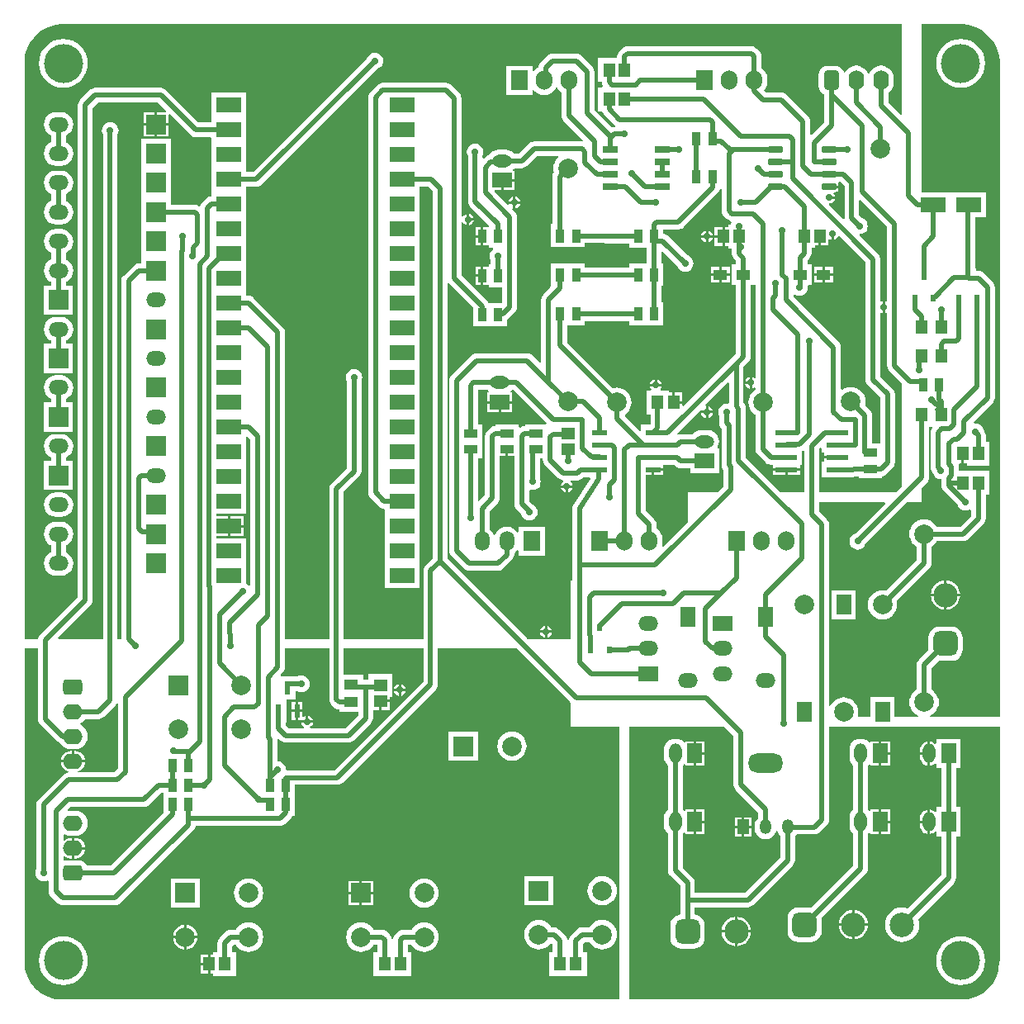
<source format=gtl>
%FSTAX23Y23*%
%MOIN*%
%SFA1B1*%

%IPPOS*%
%AMD22*
4,1,8,0.028500,0.011800,-0.028500,0.011800,-0.030500,0.009800,-0.030500,-0.009800,-0.028500,-0.011800,0.028500,-0.011800,0.030500,-0.009800,0.030500,0.009800,0.028500,0.011800,0.0*
1,1,0.004020,0.028500,0.009800*
1,1,0.004020,-0.028500,0.009800*
1,1,0.004020,-0.028500,-0.009800*
1,1,0.004020,0.028500,-0.009800*
%
%AMD32*
4,1,8,-0.068900,0.005100,-0.068900,-0.005100,-0.034600,-0.039400,0.034600,-0.039400,0.068900,-0.005100,0.068900,0.005100,0.034600,0.039400,-0.034600,0.039400,-0.068900,0.005100,0.0*
1,1,0.068500,-0.034600,0.005100*
1,1,0.068500,-0.034600,-0.005100*
1,1,0.068500,0.034600,-0.005100*
1,1,0.068500,0.034600,0.005100*
%
%AMD33*
4,1,8,-0.023600,0.005900,-0.023600,-0.005900,0.000000,-0.029500,0.000000,-0.029500,0.023600,-0.005900,0.023600,0.005900,0.000000,0.029500,0.000000,0.029500,-0.023600,0.005900,0.0*
1,1,0.047240,0.000000,0.005900*
1,1,0.047240,0.000000,-0.005900*
1,1,0.047240,0.000000,-0.005900*
1,1,0.047240,0.000000,0.005900*
%
%AMD65*
4,1,8,-0.028500,0.009800,-0.028500,-0.009800,-0.026500,-0.011800,0.026500,-0.011800,0.028500,-0.009800,0.028500,0.009800,0.026500,0.011800,-0.026500,0.011800,-0.028500,0.009800,0.0*
1,1,0.004020,-0.026500,0.009800*
1,1,0.004020,-0.026500,-0.009800*
1,1,0.004020,0.026500,-0.009800*
1,1,0.004020,0.026500,0.009800*
%
%AMD70*
4,1,8,0.015700,0.039400,-0.015700,0.039400,-0.031500,0.023600,-0.031500,-0.023600,-0.015700,-0.039400,0.015700,-0.039400,0.031500,-0.023600,0.031500,0.023600,0.015700,0.039400,0.0*
1,1,0.031500,0.015700,0.023600*
1,1,0.031500,-0.015700,0.023600*
1,1,0.031500,-0.015700,-0.023600*
1,1,0.031500,0.015700,-0.023600*
%
%AMD72*
4,1,8,-0.039400,0.015700,-0.039400,-0.015700,-0.023600,-0.031500,0.023600,-0.031500,0.039400,-0.015700,0.039400,0.015700,0.023600,0.031500,-0.023600,0.031500,-0.039400,0.015700,0.0*
1,1,0.031500,-0.023600,0.015700*
1,1,0.031500,-0.023600,-0.015700*
1,1,0.031500,0.023600,-0.015700*
1,1,0.031500,0.023600,0.015700*
%
%AMD74*
4,1,8,-0.049200,0.024600,-0.049200,-0.024600,-0.024600,-0.049200,0.024600,-0.049200,0.049200,-0.024600,0.049200,0.024600,0.024600,0.049200,-0.024600,0.049200,-0.049200,0.024600,0.0*
1,1,0.049220,-0.024600,0.024600*
1,1,0.049220,-0.024600,-0.024600*
1,1,0.049220,0.024600,-0.024600*
1,1,0.049220,0.024600,0.024600*
%
%AMD77*
4,1,8,0.024600,0.049200,-0.024600,0.049200,-0.049200,0.024600,-0.049200,-0.024600,-0.024600,-0.049200,0.024600,-0.049200,0.049200,-0.024600,0.049200,0.024600,0.024600,0.049200,0.0*
1,1,0.049220,0.024600,0.024600*
1,1,0.049220,-0.024600,0.024600*
1,1,0.049220,-0.024600,-0.024600*
1,1,0.049220,0.024600,-0.024600*
%
%ADD11C,0.019680*%
G04~CAMADD=22~8~0.0~0.0~610.2~236.2~20.1~0.0~15~0.0~0.0~0.0~0.0~0~0.0~0.0~0.0~0.0~0~0.0~0.0~0.0~0.0~610.2~236.2*
%ADD22D22*%
%ADD24R,0.051360X0.057330*%
%ADD25R,0.055910X0.044490*%
%ADD28R,0.057330X0.051360*%
G04~CAMADD=32~8~0.0~0.0~787.4~1378.0~342.5~0.0~15~0.0~0.0~0.0~0.0~0~0.0~0.0~0.0~0.0~0~0.0~0.0~0.0~90.0~1379.0~788.0*
%ADD32D32*%
G04~CAMADD=33~8~0.0~0.0~590.6~472.4~236.2~0.0~15~0.0~0.0~0.0~0.0~0~0.0~0.0~0.0~0.0~0~0.0~0.0~0.0~90.0~472.0~589.0*
%ADD33D33*%
%ADD34R,0.047240X0.059060*%
%ADD37R,0.066930X0.078740*%
%ADD38R,0.078740X0.078740*%
%ADD39R,0.059060X0.078740*%
%ADD40O,0.066930X0.078740*%
%ADD41O,0.059060X0.078740*%
%ADD44O,0.078740X0.051180*%
%ADD45R,0.078740X0.059060*%
%ADD48O,0.078740X0.059060*%
%ADD49O,0.078740X0.059060*%
%ADD50R,0.078740X0.059060*%
%ADD51C,0.078740*%
%ADD52O,0.051180X0.078740*%
%ADD53R,0.059060X0.078740*%
%ADD59R,0.033470X0.053150*%
%ADD60R,0.053150X0.033470*%
%ADD61R,0.057090X0.041340*%
%ADD62R,0.047240X0.057090*%
%ADD63R,0.086610X0.023620*%
%ADD64R,0.059840X0.023620*%
G04~CAMADD=65~8~0.0~0.0~236.2~570.9~20.1~0.0~15~0.0~0.0~0.0~0.0~0~0.0~0.0~0.0~0.0~0~0.0~0.0~0.0~90.0~570.0~236.0*
%ADD65D65*%
%ADD66R,0.102360X0.062990*%
%ADD67R,0.023620X0.029530*%
%ADD68R,0.023620X0.053150*%
%ADD69R,0.098430X0.059060*%
G04~CAMADD=70~8~0.0~0.0~629.9~787.4~157.5~0.0~15~0.0~0.0~0.0~0.0~0~0.0~0.0~0.0~0.0~0~0.0~0.0~0.0~0.0~629.9~787.4*
%ADD70D70*%
%ADD71O,0.062990X0.078740*%
G04~CAMADD=72~8~0.0~0.0~629.9~787.4~157.5~0.0~15~0.0~0.0~0.0~0.0~0~0.0~0.0~0.0~0.0~0~0.0~0.0~0.0~90.0~788.0~631.0*
%ADD72D72*%
%ADD73O,0.078740X0.062990*%
G04~CAMADD=74~8~0.0~0.0~984.3~984.3~246.1~0.0~15~0.0~0.0~0.0~0.0~0~0.0~0.0~0.0~0.0~0~0.0~0.0~0.0~90.0~984.0~984.0*
%ADD74D74*%
%ADD75C,0.098430*%
%ADD76C,0.157480*%
G04~CAMADD=77~8~0.0~0.0~984.3~984.3~246.1~0.0~15~0.0~0.0~0.0~0.0~0~0.0~0.0~0.0~0.0~0~0.0~0.0~0.0~0.0~984.3~984.3*
%ADD77D77*%
%ADD78C,0.027560*%
%LNpcb_awg-1*%
%LPD*%
G36*
X03543Y03572D02*
X03538Y0357D01*
X03487Y03621*
Y03661*
X03494Y03666*
X03502Y03676*
X03507Y03689*
X03509Y03702*
Y03718*
X03507Y03731*
X03502Y03744*
X03494Y03755*
X03483Y03763*
X03471Y03768*
X03457Y0377*
X03444Y03768*
X03432Y03763*
X03421Y03755*
X03413Y03744*
X0341Y03738*
X03405*
X03402Y03744*
X03394Y03755*
X03383Y03763*
X03371Y03768*
X03357Y0377*
X03344Y03768*
X03332Y03763*
X03321Y03755*
X03313Y03744*
X03312Y03743*
X03307Y03744*
X03304Y03752*
X03298Y03759*
X03291Y03765*
X03282Y03768*
X03273Y03769*
X03242*
X03232Y03768*
X03224Y03765*
X03216Y03759*
X03211Y03752*
X03207Y03743*
X03206Y03734*
Y03687*
X03207Y03677*
X03211Y03669*
X03216Y03661*
X03224Y03656*
X03228Y03654*
Y03541*
X03177Y0349*
X03172Y03492*
Y03545*
X03171Y03553*
X03168Y0356*
X03163Y03566*
X03075Y03654*
X03069Y03659*
X03062Y03662*
X03054Y03663*
X02993*
X02986Y0367*
X02992Y03677*
X02997Y0369*
X02999Y03704*
Y03716*
X02997Y0373*
X02992Y03743*
X02983Y03754*
X02975Y0376*
Y03807*
X02974Y03815*
X02971Y03822*
X02967Y03828*
X02955Y03839*
X02949Y03844*
X02942Y03847*
X02934Y03848*
X02434*
X02427Y03847*
X0242Y03844*
X02413Y03839*
X02402Y03828*
X02397Y03822*
X02394Y03815*
X02393Y03807*
Y03801*
X02314*
Y03704*
X0233*
Y03704*
X02331Y03697*
X02334Y03689*
X02335Y03688*
X02332Y03683*
X02314*
Y03586*
X02332*
X02334Y03581*
X02338Y03575*
X02382Y03532*
X02386Y03528*
X02385Y03523*
X02381*
X02378Y03523*
X02374Y03522*
X0237Y03521*
X023Y03591*
Y03746*
X02299Y03754*
X02296Y03761*
X02291Y03767*
X02291*
X02249Y0381*
X02243Y03815*
X02236Y03818*
X02228Y03819*
X02133*
X02125Y03818*
X02118Y03815*
X02112Y0381*
X02083Y03781*
X02078Y03775*
X02075Y03767*
X02074Y03764*
X02071Y03762*
X0206Y03754*
X02056Y03749*
X02051Y03751*
Y03769*
X01944*
Y03651*
X02051*
Y0367*
X02056Y03671*
X0206Y03666*
X02071Y03658*
X02084Y03652*
X02098Y03651*
X02111Y03652*
X02124Y03658*
X02135Y03666*
X02144Y03677*
X02145Y0368*
X0215*
X02151Y03677*
X0216Y03666*
X02168Y0366*
Y03569*
X02169Y03561*
X02172Y03554*
X02176Y03548*
X02256Y03469*
X02253Y03464*
X02252Y03464*
X02057*
X02049Y03463*
X02042Y0346*
X02036Y03456*
X01995Y03415*
X01977*
X01975Y03418*
X01965Y03425*
X01954Y03429*
X01942Y03431*
X01915*
X01903Y03429*
X01892Y03425*
X01883Y03418*
X01876Y0341*
X01873Y03409*
X01866Y03406*
X0186Y03402*
X01854Y03395*
X01849Y03397*
Y03406*
X01852Y03413*
X01853Y03421*
X01852Y0343*
X01849Y03438*
X01843Y03445*
X01836Y03451*
X01828Y03454*
X01819Y03455*
X01811Y03454*
X01803Y03451*
X01796Y03445*
X0179Y03438*
X01787Y0343*
X01786Y03421*
X01787Y03413*
X0179Y03406*
Y03222*
X01791Y03215*
X01794Y03207*
X01798Y03201*
X01875Y03124*
Y03121*
X01874Y03117*
X0187*
X01852*
Y0308*
Y03044*
X0187*
X01874*
X01875Y03039*
Y03034*
X01891*
X01893Y03029*
X01888Y03025*
X01883Y03018*
X01879Y0301*
X01878Y03001*
X01879Y02993*
X01882Y02986*
Y02969*
X01875*
Y02964*
X01874Y02959*
X0187*
X01852*
Y02923*
Y02886*
X0187*
X01874*
X01875Y02882*
Y02876*
X01929*
Y02812*
X01874*
X01873Y02814*
X01868Y0282*
X01764Y02924*
Y03138*
X01769Y03139*
X01774Y03132*
X01782Y03127*
X01786Y03126*
Y03149*
Y03172*
X01782Y03172*
X01774Y03166*
X01769Y0316*
X01764Y03161*
Y03639*
X01763Y03646*
X0176Y03654*
X01755Y0366*
X01724Y03691*
X01718Y03696*
X0171Y03699*
X01703Y037*
X01446*
X01438Y03699*
X01431Y03696*
X01425Y03691*
X01396Y03662*
X01391Y03656*
X01388Y03649*
X01387Y03641*
Y02047*
X01388Y02039*
X01391Y02032*
X01396Y02026*
X01432Y0199*
X01438Y01985*
X01445Y01982*
X01453Y01981*
X01453*
X01456Y01978*
Y01962*
Y01957*
Y01865*
Y01862*
Y01857*
Y01765*
Y01762*
Y01757*
Y01662*
X01594*
Y01757*
Y0176*
Y01765*
Y01857*
Y0186*
Y01865*
Y01957*
Y0196*
Y01965*
Y02057*
Y0206*
Y02065*
Y02157*
Y0216*
Y02165*
Y02257*
Y0226*
Y02265*
Y02357*
Y0236*
Y02365*
Y02457*
Y0246*
Y02465*
Y02557*
Y0256*
Y02565*
Y02657*
Y0266*
Y02665*
Y02757*
Y0276*
Y02765*
Y02857*
Y0286*
Y02865*
Y02957*
Y0296*
Y02965*
Y03057*
Y0306*
Y03065*
Y03157*
Y0316*
Y03165*
Y03257*
Y0326*
Y03265*
Y03281*
X0163*
X01648Y03264*
Y01781*
X01618Y01751*
X01614Y01745*
X01611Y01738*
X0161Y0173*
Y01456*
X01289*
Y0205*
X01351Y02112*
X01356Y02118*
X01359Y02126*
X0136Y02133*
Y02495*
X01363Y02502*
X01364Y02511*
X01363Y0252*
X0136Y02528*
X01354Y02535*
X01347Y0254*
X01339Y02544*
X0133Y02545*
X01322Y02544*
X01314Y0254*
X01307Y02535*
X01301Y02528*
X01298Y0252*
X01297Y02511*
X01298Y02502*
X01301Y02495*
Y02146*
X01238Y02083*
X01234Y02077*
X01231Y0207*
X0123Y02062*
Y01456*
X01052*
Y02694*
X01051Y02702*
X01048Y02709*
X01043Y02715*
X00926Y02832*
X0092Y02837*
X00913Y0284*
X00905Y02841*
X00894*
Y0286*
Y02862*
Y0296*
Y02962*
Y02965*
Y0306*
Y03062*
Y0316*
Y03162*
Y03257*
Y0326*
Y03265*
Y03281*
X00936*
X00944Y03282*
X00951Y03285*
X00957Y0329*
X01424Y03757*
X01431Y0376*
X01438Y03765*
X01444Y03772*
X01447Y03781*
X01448Y03789*
X01447Y03798*
X01444Y03806*
X01438Y03813*
X01431Y03819*
X01423Y03822*
X01414Y03823*
X01406Y03822*
X01398Y03819*
X01391Y03813*
X01385Y03806*
X01382Y03799*
X00924Y03341*
X00898*
X00894Y03344*
Y0336*
Y03365*
Y03457*
Y0346*
Y03465*
Y03557*
Y0356*
Y03565*
Y0366*
X00756*
Y03565*
Y03562*
Y03557*
Y03541*
X00703*
X00572Y03671*
X00566Y03676*
X00559Y03679*
X00551Y0368*
X00284*
X00277Y03679*
X00269Y03676*
X00263Y03671*
X00224Y03633*
X0022Y03626*
X00217Y03619*
X00216Y03612*
Y01625*
X00063Y01472*
X00059Y01466*
X00056Y01459*
X00055Y01456*
X0*
Y03779*
Y03789*
X00002Y0381*
X00008Y0383*
X00015Y03849*
X00026Y03867*
X00038Y03883*
X00053Y03898*
X00069Y0391*
X00087Y03921*
X00106Y03928*
X00126Y03934*
X00147Y03937*
X00157*
X03543*
Y03572*
G37*
G36*
X00573Y03587D02*
X00571Y03582D01*
X00536*
Y03538*
X0058*
Y03573*
X00585Y03575*
X0067Y0349*
X00676Y03485*
X00683Y03482*
X00691Y03481*
X00753*
X00756Y03478*
Y03462*
Y03457*
Y03365*
Y03362*
Y03357*
Y03265*
Y03262*
Y03257*
Y03245*
X00754Y03241*
X00746Y0324*
X00739Y03237*
X00733Y03232*
X00717Y03216*
X00712Y0321*
X0071Y03204*
X00705Y03203*
X00704Y03203*
X00702Y03204*
X00695Y03207*
X00687Y03208*
X0059*
Y03238*
Y03356*
Y03474*
X00472*
Y03356*
Y03238*
Y03125*
Y0312*
Y03001*
Y02972*
X00462*
X00454Y02971*
X00447Y02968*
X00441Y02963*
X004Y02923*
X00396Y02917*
X00393Y02909*
X00392Y02902*
Y01456*
X00391Y01456*
X00376*
Y03492*
X00379Y03499*
X0038Y03507*
X00379Y03516*
X00376Y03524*
X0037Y03531*
X00363Y03537*
X00355Y0354*
X00346Y03541*
X00338Y0354*
X0033Y03537*
X00323Y03531*
X00317Y03524*
X00314Y03516*
X00313Y03507*
X00314Y03499*
X00317Y03492*
Y01456*
X00138*
X00136Y01461*
X00266Y01591*
X00271Y01597*
X00274Y01605*
X00275Y01612*
Y03599*
X00297Y03621*
X00539*
X00573Y03587*
G37*
G36*
X02155Y034D02*
X02152Y03398D01*
X02145Y03389*
X0214Y03379*
X02136Y03367*
X02135Y03356*
X02136Y03344*
X02137Y0334*
X02136Y03338*
X02133Y03331*
X02132Y03323*
Y0313*
X02125*
Y03037*
X02263*
Y03054*
X0234*
X02345Y03051*
X02353Y0305*
X0244*
Y03034*
X02512*
Y02972*
X0244*
Y02956*
X02263*
Y02972*
X02125*
Y0288*
X02123Y02875*
X02094Y02846*
X0209Y0284*
X02087Y02833*
X02086Y02825*
Y02571*
X02081Y0257*
X0205Y026*
X02044Y02605*
X02037Y02608*
X02029Y02609*
X01825*
X01818Y02608*
X01811Y02605*
X01804Y026*
X01723Y02519*
X01719Y02513*
X01716Y02506*
X01715Y02498*
Y01813*
X01716Y01806*
X01719Y01798*
X01723Y01792*
X01775Y0174*
X01782Y01736*
X01789Y01733*
X01796Y01732*
X01912*
X01919Y01733*
X01927Y01736*
X01933Y0174*
X01968Y01775*
X01973Y01781*
X01976Y01789*
X01977Y01796*
Y01801*
X01982Y01805*
X01989Y01814*
X01994Y01812*
Y01791*
X021*
Y01909*
X01994*
Y01888*
X01989Y01886*
X01982Y01895*
X01972Y01903*
X0196Y01908*
X01947Y01909*
X01934Y01908*
X01922Y01903*
X01912Y01895*
X01904Y01885*
X01899Y01874*
X01899*
X01894*
X01894*
X0189Y01885*
X01882Y01895*
X01877Y01899*
Y0197*
X0191Y02004*
X01915Y0201*
X01918Y02018*
X01919Y02025*
Y02194*
X01943*
Y02221*
X01953*
Y02194*
X01978*
Y02*
X01979Y01992*
X01982Y01985*
X01986Y01979*
X02004Y01961*
X02004Y01959*
X02008Y01951*
X02013Y01944*
X0202Y01939*
X02028Y01935*
X02037Y01934*
X02046Y01935*
X02054Y01939*
X02061Y01944*
X02066Y01951*
X0207Y01959*
X02071Y01968*
X0207Y01977*
X02066Y01985*
X02061Y01992*
X02054Y01997*
X02051Y01999*
X02037Y02012*
Y02055*
X02041Y02058*
X02042Y02058*
X02051Y02057*
X02059Y02058*
X02068Y02061*
X02075Y02066*
X0208Y02073*
X02083Y02082*
X02084Y0209*
X02083Y02099*
X02082Y02102*
Y02185*
X02093*
Y02178*
X02094Y0217*
X02097Y02163*
X02101Y02157*
X02154Y02104*
X0216Y021*
X02167Y02097*
X02174Y02096*
X02175Y02094*
X02176Y02091*
X02172Y02088*
X02167Y02081*
X02166Y02076*
X02213*
X02212Y02081*
X02207Y02088*
X02203Y02091*
X02205Y02096*
X02232*
X0224Y02097*
X02247Y021*
X02253Y02104*
X02258Y02109*
X02273*
Y02108*
X02282*
X02285Y02103*
X0222Y02005*
X0222Y02005*
X0222Y02005*
X02217Y02*
X02216Y01999*
X02216Y01998*
X02215Y01996*
X02213Y01993*
X02213Y01992*
X02213Y01991*
X02212Y01988*
X02212Y01985*
X02212Y01984*
X02212Y01983*
Y01754*
Y01692*
X02204*
Y01456*
X02032*
X01707Y01781*
Y02891*
X01712Y02892*
X01713Y02891*
X01811Y02794*
Y02719*
X01948*
Y02744*
X01951Y02746*
X01979Y02774*
X01984Y0278*
X01987Y02788*
X01988Y02795*
Y03159*
X01988Y03163*
X01987Y03166*
X01984Y03174*
X01979Y0318*
X01969Y0319*
X01971Y03195*
X01973Y03195*
Y03213*
X01955*
X01955Y03211*
X0195Y03209*
X01897Y03262*
X01899Y03267*
X01924*
Y03307*
X01929*
Y03312*
X01978*
Y03346*
X01973*
X01972Y03351*
X01975Y03353*
X01977Y03356*
X02007*
X02015Y03357*
X02022Y0336*
X02028Y03364*
X02069Y03405*
X02154*
X02155Y034*
G37*
G36*
X0331Y03284D02*
Y03154D01*
X0331Y03153*
X03305Y03151*
X03247Y03209*
X03249Y03214*
X03257Y03215*
X03265Y03221*
X0327Y03228*
X03271Y03233*
X03248*
Y03243*
X03271*
X0327Y03247*
X03265Y03254*
X03267Y03259*
X03273*
X03278Y0326*
X03282Y03262*
X03284Y03266*
X03285Y03271*
Y03276*
X03247*
Y03286*
X03285*
Y03291*
X03284Y03295*
X03284Y03296*
X03287Y03301*
X03293*
X0331Y03284*
G37*
G36*
X03267Y03067D02*
X03272Y03068D01*
X03279Y03073*
X03284Y0308*
X03286Y03081*
X03289Y03082*
X03395Y02977*
Y02503*
X03396Y02495*
X03399Y02488*
X03404Y02482*
X03454Y02432*
Y02244*
X03423*
Y02357*
X03422Y02365*
X03419Y02372*
X03414Y02378*
X03393Y02399*
X03394Y02402*
X03395Y02414*
X03394Y02426*
X03391Y02437*
X03385Y02447*
X03378Y02456*
X03369Y02463*
X03359Y02469*
X03348Y02472*
X03336Y02473*
X03325Y02472*
X03313Y02469*
X03303Y02463*
X03301Y02461*
X03296Y02464*
Y02633*
X03295Y02641*
X03292Y02648*
X03287Y02654*
X03104Y02838*
Y02845*
X03109Y02847*
X03113Y02844*
X03121Y02841*
X03129Y0284*
X03138Y02841*
X03146Y02844*
X03153Y0285*
X03159Y02857*
X03162Y02865*
X03163Y02874*
X03162Y02879*
X03166Y02884*
X03179*
Y02968*
X03161*
Y02984*
X03168Y02991*
X03173Y02997*
X03176Y03004*
X03177Y03012*
Y03035*
X03192*
Y03045*
X03205*
Y03083*
X03215*
Y03045*
X03246*
Y03067*
X0325Y03069*
X03253Y03068*
X03257Y03067*
Y0309*
X03267*
Y03067*
G37*
G36*
X02814Y03273D02*
X02815Y03268D01*
Y03184*
X02816Y03176*
X02819Y03169*
X02823Y03163*
X02835Y03151*
X02841Y03147*
X02848Y03144*
X02852Y03143*
X02853Y03143*
X02855Y03138*
X02853Y03132*
X02852Y03129*
X0284*
Y03119*
X02827*
Y0308*
X02822*
X02827*
Y03042*
X0284*
Y03032*
X02856*
Y03011*
X02857Y03003*
X0286Y02996*
X02865Y0299*
X02873Y02981*
Y02968*
X02855*
Y02884*
X02873*
Y02607*
X02852Y02587*
X0266Y02395*
X02655Y02397*
Y02406*
X0262*
Y02411*
X02615*
Y0245*
X02602*
Y02459*
X02569*
X02567Y02464*
X02571Y02471*
X02572Y02475*
X02525*
X02526Y02471*
X02531Y02464*
X02528Y02459*
X02511*
Y02363*
X02527*
Y02321*
X02489*
Y02297*
X02484Y02295*
X02424Y02356*
X02424Y02361*
X02425Y02362*
X02433Y02369*
X02441Y02378*
X02446Y02388*
X02449Y02399*
X02451Y02411*
X02449Y02423*
X02446Y02434*
X02441Y02444*
X02433Y02453*
X02424Y0246*
X02414Y02466*
X02403Y02469*
X02391Y0247*
X0238Y02469*
X02376Y02468*
X02192Y02653*
Y02722*
X02263*
Y02739*
X0244*
Y02722*
X02578*
Y02815*
X02572*
Y0288*
X02578*
Y02972*
X02572*
Y03019*
X02576Y0302*
X02635Y02962*
X02638Y02955*
X02643Y02948*
X0265Y02943*
X02658Y02939*
X02667Y02938*
X02676Y02939*
X02684Y02943*
X02691Y02948*
X02696Y02955*
X02699Y02963*
X02701Y02972*
X02699Y02981*
X02696Y02989*
X02691Y02996*
X02684Y03001*
X02677Y03004*
X02596Y03085*
X0259Y03089*
X02583Y03092*
X02578Y03093*
Y03109*
X02639*
X02647Y03111*
X02654Y03113*
X0266Y03118*
X02799Y03257*
X02804Y03263*
X02807Y0327*
X02807Y03273*
X02814*
G37*
G36*
X03483Y03119D02*
Y0282D01*
X03479Y02818*
X03478Y02817*
X03474Y02818*
Y02795*
Y02772*
X03478Y02772*
X03479Y02772*
X03483Y0277*
Y02558*
X03484Y02551*
X03487Y02543*
X03491Y02537*
X03543Y02486*
Y02071*
X03519Y02047*
X03208*
Y02223*
X03213Y02228*
X03218Y02226*
Y02208*
X03228*
Y02194*
X03281*
Y02184*
X03228*
Y02171*
X03218*
Y02108*
X03344*
Y02109*
X03345*
X03353Y0211*
X03358Y02112*
X03369*
Y02106*
X03461*
Y02113*
X03465Y02113*
X03472Y02116*
X03478Y02121*
X03505Y02148*
X0351Y02154*
X03513Y02161*
X03513Y02165*
X03514Y02169*
Y02444*
X03513Y02452*
X0351Y02459*
X03505Y02465*
X03454Y02515*
Y02771*
X03459Y02773*
X0346Y02772*
X03464Y02772*
Y02795*
Y02818*
X0346Y02817*
X03459Y02817*
X03454Y02819*
Y02989*
X03454Y02993*
X03453Y02997*
X0345Y03004*
X03446Y0301*
X03371Y03085*
X03373Y0309*
X03379Y03091*
X03387Y03094*
X03394Y03099*
X034Y03106*
X03403Y03115*
X03404Y03123*
X03403Y03132*
X034Y0314*
X03394Y03147*
X03387Y03153*
X0338Y03155*
X03369Y03167*
Y03226*
X03374Y03228*
X03483Y03119*
G37*
G36*
X02951Y02884D02*
X02952Y0288D01*
Y02511*
X02947Y02509*
X02942Y02512*
X02938Y02513*
Y0249*
Y02466*
X02942Y02467*
X02947Y02471*
X02952Y02468*
Y02462*
X02949Y0246*
X0294Y02453*
X02932Y02444*
X02927Y02434*
X02924Y02423*
X02922Y02411*
X02924Y02399*
X02927Y02388*
X02932Y02378*
X0294Y02369*
X02949Y02362*
X02952Y0236*
Y02221*
X02953Y02214*
X02956Y02206*
X02961Y022*
X02993Y02168*
X02999Y02163*
X03006Y0216*
X03013Y02159*
Y02158*
X03023*
Y02144*
X0313*
Y02158*
X03139*
Y02214*
X03143Y02215*
X03144Y02216*
X03149Y02214*
Y02047*
X03053*
X02913Y02187*
Y02386*
X02912Y02394*
X02909Y02401*
X02904Y02407*
X02903Y02408*
Y02554*
X02923Y02574*
X02928Y0258*
X02931Y02587*
X02932Y02595*
Y02884*
X02951*
G37*
G36*
X02107Y02327D02*
X02105Y02322D01*
X0202*
Y02316*
X02019*
X02011Y02315*
X02004Y02312*
X02Y02308*
X01995Y02311*
Y02322*
X01902*
Y02316*
X01901*
X01893Y02315*
X01886Y02312*
X0188Y02307*
X01868Y02295*
X01863Y02289*
X01861Y02282*
X01859Y02274*
Y02038*
X01835Y02013*
X0183Y02015*
Y02185*
X01847*
Y0225*
Y02322*
X0183*
Y0246*
X01871*
X01873Y02457*
X01876Y02455*
X01874Y0245*
X01869*
Y02416*
X01919*
X01968*
Y0245*
X01964*
X01962Y02455*
X01965Y02457*
X01967Y0246*
X01974*
X02107Y02327*
G37*
G36*
X02844Y02488D02*
Y02409D01*
X02839Y02405*
X02834Y02405*
X02825Y02404*
X02817Y02401*
X0281Y02395*
X02805Y02388*
X02802Y0238*
X028Y02372*
X02802Y02363*
X02804Y02356*
Y02328*
X02805Y02321*
X02808Y02313*
X02813Y02307*
X02814Y02306*
Y02158*
X02815Y0215*
X02818Y02143*
X02822Y02139*
Y02072*
X02797Y02047*
X02677*
Y01927*
X02579Y01829*
X02574Y01831*
X02576Y01844*
Y01856*
X02574Y0187*
X02569Y01883*
X0256Y01894*
X02552Y019*
Y01918*
X02551Y01926*
X02548Y01933*
X02543Y01939*
X02508Y01975*
Y02117*
X02533*
Y02139*
X02538*
Y02144*
X02578*
Y02158*
X02588*
Y02159*
X02622*
X02628Y02154*
X02634Y02149*
X02641Y02146*
X02649Y02145*
X02687*
Y02125*
X02805*
Y02224*
X02799*
X02797Y02228*
X02799Y02231*
X02803Y02242*
X02805Y02253*
X02803Y02265*
X02799Y02276*
X02792Y02286*
X02782Y02293*
X02771Y02298*
X02759Y02299*
X02732*
X0272Y02298*
X02709Y02293*
X02699Y02286*
X02698Y02283*
X02649*
X02641Y02282*
X02637Y02281*
X02634Y02285*
X02727Y02378*
X0273Y02377*
X0275*
Y02397*
X02749Y024*
X02839Y0249*
X02844Y02488*
G37*
G36*
X0381Y03934D02*
X0383Y03928D01*
X03849Y03921*
X03867Y0391*
X03883Y03898*
X03898Y03883*
X0391Y03867*
X03921Y03849*
X03928Y0383*
X03934Y0381*
X03937Y03789*
Y03779*
Y01141*
X03657*
X03656Y01146*
X03664Y01151*
X03673Y01158*
X03681Y01167*
X03686Y01178*
X0369Y01189*
X03691Y012*
X0369Y01212*
X03686Y01223*
X03681Y01233*
X03673Y01242*
X03664Y0125*
X03661Y01251*
Y01338*
X03691Y01368*
X03693Y01367*
X03743*
X03754Y01369*
X03765Y01373*
X03774Y0138*
X03781Y0139*
X03786Y014*
X03787Y01412*
Y01461*
X03786Y01473*
X03781Y01483*
X03774Y01493*
X03765Y015*
X03754Y01504*
X03743Y01506*
X03693*
X03682Y01504*
X03671Y015*
X03662Y01493*
X03655Y01483*
X0365Y01473*
X03649Y01461*
Y01412*
X03649Y0141*
X0361Y01371*
X03606Y01365*
X03603Y01358*
X03602Y0135*
Y01251*
X03598Y0125*
X03589Y01242*
X03582Y01233*
X03577Y01223*
X03573Y01212*
X03572Y012*
X03573Y01189*
X03577Y01178*
X03582Y01167*
X03589Y01158*
X03598Y01151*
X03607Y01146*
X03606Y01141*
X03513*
Y0122*
X03415*
Y01141*
X03367*
X03364Y01145*
X03365Y01149*
X03366Y01161*
X03365Y01172*
X03361Y01184*
X03356Y01194*
X03349Y01203*
X0334Y0121*
X03329Y01216*
X03318Y01219*
X03307Y0122*
X03295Y01219*
X03284Y01216*
X03274Y0121*
X03265Y01203*
X03257Y01194*
X03253Y01186*
X03248Y01188*
Y01918*
X03247Y01926*
X03244Y01933*
X03239Y01939*
X03208Y0197*
Y02007*
X03473*
X03475Y02003*
X03354Y01882*
X03347Y01879*
X0334Y01874*
X03335Y01867*
X03332Y01859*
X0333Y0185*
X03332Y01841*
X03335Y01833*
X0334Y01826*
X03347Y01821*
X03356Y01817*
X03364Y01816*
X03373Y01817*
X03381Y01821*
X03388Y01826*
X03393Y01833*
X03396Y0184*
X03564Y02007*
X03622*
Y02065*
X03643Y02086*
X03647Y02092*
X0365Y021*
X03651Y02107*
Y02313*
X03664*
X03666Y02309*
X03665Y02308*
X03661Y02302*
X03658Y02295*
X03657Y02287*
Y02149*
X03658Y02142*
X03661Y02134*
X03665Y02128*
X03666Y02127*
X03667Y02126*
X0367Y02118*
X03675Y02111*
X03682Y02105*
X03691Y02102*
X03699Y02101*
X037Y021*
Y02076*
X03701Y02069*
X03704Y02061*
X03709Y02055*
X03767Y01997*
X03769Y01991*
X03775Y01984*
X03782Y01978*
X0379Y01975*
X03799Y01974*
X03807Y01975*
X03816Y01978*
X03816Y01978*
X0382Y01976*
Y01953*
X03777Y01909*
X03682*
X03681Y01912*
X03673Y01921*
X03664Y01929*
X03654Y01934*
X03643Y01938*
X03631Y01939*
X0362Y01938*
X03609Y01934*
X03598Y01929*
X03589Y01921*
X03582Y01912*
X03577Y01902*
X03573Y01891*
X03572Y01879*
X03573Y01868*
X03577Y01857*
X03582Y01846*
X03589Y01837*
X03598Y0183*
X03602Y01828*
Y01774*
X03479Y01651*
X03476Y01652*
X03464Y01653*
X03452Y01652*
X03441Y01649*
X03431Y01643*
X03422Y01636*
X03415Y01627*
X03409Y01617*
X03406Y01606*
X03405Y01594*
X03406Y01582*
X03409Y01571*
X03415Y01561*
X03422Y01552*
X03431Y01545*
X03441Y01539*
X03452Y01536*
X03464Y01535*
X03476Y01536*
X03487Y01539*
X03497Y01545*
X03506Y01552*
X03513Y01561*
X03519Y01571*
X03522Y01582*
X03523Y01594*
X03522Y01606*
X03521Y01609*
X03652Y0174*
X03657Y01746*
X0366Y01754*
X03661Y01761*
Y01828*
X03664Y0183*
X03673Y01837*
X03681Y01846*
X03682Y0185*
X03789*
X03797Y01851*
X03804Y01854*
X0381Y01858*
X03871Y0192*
X03876Y01926*
X03879Y01933*
X0388Y01941*
Y02038*
X03895*
Y02134*
X03772*
Y02152*
X03771Y0216*
X03771Y02161*
X03774Y02166*
X03782*
Y02204*
X03792*
Y02166*
X03805*
Y02156*
X03895*
Y02253*
X0388*
Y02279*
X03879Y02286*
X03876Y02294*
X03871Y023*
X03871Y023*
X03871Y02302*
X03867Y0231*
X03862Y02317*
X03855Y02322*
X03847Y02325*
X03838Y02327*
X03834Y02326*
X03832Y02331*
X03908Y02407*
X03908*
X03913Y02413*
X03916Y02421*
X03917Y02428*
Y02876*
X03916Y02884*
X03913Y02891*
X03908Y02897*
X03908*
X03872Y02934*
X03866Y02939*
X03859Y02942*
X03851Y02943*
X0384*
Y02951*
X03838*
Y03157*
X03881*
Y03259*
X03622*
Y03937*
X03789*
X0381Y03934*
G37*
G36*
X00911Y02262D02*
Y01672D01*
X00906Y01671*
X00905Y01672*
X00898Y01678*
X00894Y01679*
Y0176*
Y01762*
Y0186*
X00776*
Y01871*
X0082*
Y01911*
Y0195*
X00776*
Y01962*
X00894*
Y0206*
Y02062*
Y0216*
Y02162*
Y0226*
Y02262*
Y02273*
X00899Y02275*
X00911Y02262*
G37*
G36*
X0123Y01212D02*
X01231Y01204D01*
X01234Y01197*
X01238Y01191*
X0125Y01179*
X01256Y01174*
X01263Y01172*
X0127Y01171*
Y0116*
X01348*
Y01149*
X01295Y01096*
X01155*
X01153Y01101*
X01158Y01104*
X01164Y01112*
X01164Y01117*
X01118*
X01119Y01112*
X01124Y01104*
X01129Y01101*
X01127Y01096*
X01067*
X01055Y01109*
Y01119*
X01057*
Y01208*
Y01211*
X01061Y01213*
X01094*
Y01245*
X01102*
X01109Y01242*
X01117Y01241*
X01126Y01242*
X01134Y01245*
X01141Y0125*
X01147Y01257*
X0115Y01266*
X01151Y01274*
X0115Y01283*
X01147Y01291*
X01141Y01298*
X01134Y01304*
X01126Y01307*
X01117Y01308*
X01109Y01307*
X01102Y01304*
X01094*
Y01306*
X01036*
X01034Y01311*
X01043Y0132*
X01048Y01326*
X01051Y01334*
X01052Y01341*
Y01417*
X0123*
Y01212*
G37*
G36*
X03937Y00162D02*
Y00157D01*
X03936Y00147*
X03933Y00126*
X03932Y00119*
X03928Y00106*
X0392Y00087*
X0391Y00069*
X03897Y00053*
X03883Y00039*
X03867Y00026*
X03849Y00016*
X0383Y00008*
X03817Y00005*
X0381Y00003*
X03789Y0*
X03779Y0*
X03774*
X0244*
Y01102*
X02826*
X02863Y01065*
Y00867*
X02864Y00859*
X02867Y00852*
X02871Y00846*
X02962Y00755*
Y00734*
X02961Y00733*
X02954Y00724*
X02949Y00714*
X02948Y00702*
Y00691*
X02949Y00679*
X02954Y00669*
X02961Y0066*
X0297Y00653*
X0298Y00648*
X02992Y00647*
X03003Y00648*
X03013Y00653*
X03023Y0066*
X03029Y00669*
X03034Y00679*
X03034Y00682*
X03039*
X0304Y00679*
X03044Y00669*
X0305Y0066*
Y00575*
X02909Y00433*
X02706*
Y00472*
X02705Y0048*
X02702Y00487*
X02698Y00493*
X02698*
X02657Y00533*
Y0067*
X0266Y00672*
X02662Y00675*
X02667Y00673*
Y00669*
X02701*
Y00718*
Y00767*
X02667*
Y00763*
X02662Y00761*
X0266Y00764*
X02657Y00766*
Y00946*
X0266Y00948*
X02662Y0095*
X02667Y00949*
Y00944*
X02701*
Y00994*
Y01043*
X02667*
Y01038*
X02662Y01037*
X0266Y0104*
X0265Y01047*
X02639Y01051*
X02627Y01053*
X02616Y01051*
X02605Y01047*
X02595Y0104*
X02588Y0103*
X02583Y01019*
X02582Y01007*
Y0098*
X02583Y00968*
X02588Y00957*
X02595Y00948*
X02598Y00946*
Y00766*
X02595Y00764*
X02588Y00755*
X02583Y00744*
X02582Y00732*
Y00704*
X02583Y00692*
X02588Y00681*
X02595Y00672*
X02598Y0067*
Y00521*
X02599Y00513*
X02602Y00506*
X02606Y005*
X02647Y0046*
Y00403*
Y00344*
X02641Y00343*
X0263Y00338*
X0262Y00331*
X02613Y00322*
X02609Y00311*
X02607Y003*
Y0025*
X02609Y00239*
X02613Y00228*
X0262Y00219*
X0263Y00212*
X02641Y00207*
X02652Y00206*
X02701*
X02713Y00207*
X02724Y00212*
X02733Y00219*
X0274Y00228*
X02744Y00239*
X02746Y0025*
Y003*
X02744Y00311*
X0274Y00322*
X02733Y00331*
X02724Y00338*
X02713Y00343*
X02706Y00344*
Y00373*
X02921*
X02929Y00374*
X02936Y00377*
X02942Y00382*
X03101Y00541*
X03106Y00547*
X03109Y00555*
X0311Y00562*
Y00658*
X03113Y0066*
X03118Y00667*
X03189*
X03197Y00668*
X03204Y00671*
X0321Y00675*
X03239Y00704*
X03244Y0071*
X03247Y00718*
X03248Y00725*
Y01102*
X03304*
X03307Y01102*
X03309Y01102*
X03937*
Y00162*
G37*
G36*
X0161Y01285D02*
X01251Y00926D01*
X0106*
X01055Y00928*
X01055Y00931*
X01054Y00937*
X01051Y00945*
X01045Y00952*
X01038Y00958*
X0103Y00961*
X01021Y00962*
X0102Y00963*
Y01051*
X0102Y01052*
X01025Y01054*
X01034Y01045*
X0104Y01041*
X01047Y01038*
X01055Y01037*
X01307*
X01315Y01038*
X01322Y01041*
X01328Y01045*
X01398Y01115*
X01398*
X01403Y01121*
X01406Y01129*
X01407Y01136*
Y01169*
X01432*
Y01205*
X01437*
Y0121*
X01475*
Y01223*
X01485*
Y01314*
X01388*
Y0129*
X01383*
X0138Y01291*
X01373Y01292*
X01367*
Y01313*
X01289*
Y01417*
X0161*
Y01285*
G37*
G36*
X02204Y01199D02*
Y01102D01*
X02401*
Y0*
X00147*
X00126Y00002*
X00106Y00008*
X00087Y00015*
X00069Y00026*
X00053Y00038*
X00038Y00053*
X00026Y00069*
X00015Y00087*
X00008Y00106*
X00002Y00126*
X0Y00147*
Y00157*
Y01417*
X00055*
Y01133*
X00056Y01126*
X00059Y01119*
X00063Y01112*
X00134Y01041*
X00141Y01037*
X00145Y01035*
X00152Y01026*
X00163Y01018*
X00175Y01013*
X00188Y01011*
X00204*
X00218Y01013*
X0023Y01018*
X00241Y01026*
X00249Y01037*
X00254Y01049*
X00256Y01062*
X00254Y01076*
X00249Y01088*
X00241Y01099*
X0023Y01107*
X00224Y0111*
Y01115*
X0023Y01118*
X00241Y01126*
X00246Y01133*
X00299*
X00307Y01134*
X00314Y01137*
X0032Y01141*
X00367Y01188*
X00367*
X00372Y01195*
X00373Y01196*
X00378Y01195*
Y00932*
X00363Y00917*
X00216*
X00215Y00922*
X00225Y00926*
X00234Y00933*
X0024Y00942*
X00245Y00952*
X00245Y00957*
X00196*
X00147*
X00148Y00952*
X00152Y00942*
X00159Y00933*
X00168Y00926*
X00178Y00922*
X00178Y00922*
Y00917*
X00171Y00916*
X00164Y00913*
X00158Y00908*
X00057Y00808*
X00052Y00802*
X00049Y00795*
X00048Y00787*
Y00527*
X00046Y0052*
X00044Y00511*
X00046Y00503*
X00049Y00494*
X00054Y00487*
X00061Y00482*
X0007Y00479*
X00078Y00478*
X00087Y00479*
X00093Y00481*
X00098Y00478*
Y00438*
X00099Y00431*
X00102Y00423*
X00106Y00417*
X00134Y00389*
X00141Y00385*
X00148Y00382*
X00155Y00381*
X00155*
X00366*
X00374Y00382*
X00381Y00385*
X00387Y00389*
X00683Y00685*
X00688Y00691*
X00691Y00698*
X00691Y00701*
X0103*
X01038Y00702*
X01045Y00705*
X01051Y00709*
X01077Y00734*
X01081Y00741*
X01092*
Y00833*
Y00867*
X01263*
X01271Y00868*
X01278Y00871*
X01284Y00875*
X0166Y01251*
X01665Y01257*
X01668Y01265*
X01669Y01272*
Y01417*
X01987*
X02204Y01199*
G37*
G36*
X00561Y00819D02*
Y00754D01*
X00348Y00541*
X00253*
X00251Y00545*
X00245Y00552*
X00238Y00558*
X00229Y00562*
X0022Y00563*
X00173*
X00163Y00562*
X00161Y00561*
X00157Y00563*
Y00577*
X00162Y00579*
X00168Y00575*
X00178Y00571*
X00188Y00569*
X00191*
Y00611*
Y00653*
X00188*
X00178Y00652*
X00168Y00648*
X00162Y00643*
X00157Y00646*
Y00665*
X00162Y00667*
X00163Y00667*
X00175Y00661*
X00188Y0066*
X00204*
X00218Y00661*
X0023Y00667*
X00241Y00675*
X00249Y00686*
X00254Y00698*
X00256Y00711*
X00254Y00725*
X00249Y00737*
X00241Y00748*
X0023Y00756*
X00218Y00761*
X00204Y00763*
X00188*
X00178Y00762*
X00175Y00766*
X00186Y00777*
X00482*
X00489Y00778*
X00497Y00781*
X00503Y00786*
X00553Y00836*
X00561*
Y00819*
G37*
%LNpcb_awg-2*%
%LPC*%
G36*
X00157Y03878D02*
X00138Y03876D01*
X00119Y0387*
X00102Y03861*
X00087Y03849*
X00075Y03834*
X00066Y03817*
X0006Y03798*
X00058Y03779*
X0006Y0376*
X00066Y03741*
X00075Y03724*
X00087Y03709*
X00102Y03697*
X00119Y03688*
X00138Y03682*
X00157Y0368*
X00176Y03682*
X00195Y03688*
X00212Y03697*
X00227Y03709*
X00239Y03724*
X00248Y03741*
X00254Y0376*
X00256Y03779*
X00254Y03798*
X00248Y03817*
X00239Y03834*
X00227Y03849*
X00212Y03861*
X00195Y0387*
X00176Y03876*
X00157Y03878*
G37*
G36*
X00147Y03583D02*
X00127D01*
X00115Y03581*
X00103Y03576*
X00092Y03568*
X00084Y03558*
X0008Y03546*
X00078Y03533*
X0008Y0352*
X00084Y03508*
X00092Y03498*
X00103Y0349*
X00108Y03488*
Y0346*
X00103Y03458*
X00092Y0345*
X00084Y0344*
X0008Y03428*
X00078Y03415*
X0008Y03402*
X00084Y0339*
X00092Y0338*
X00103Y03372*
X00115Y03367*
X00127Y03365*
X00147*
X0016Y03367*
X00172Y03372*
X00182Y0338*
X0019Y0339*
X00195Y03402*
X00197Y03415*
X00195Y03428*
X0019Y0344*
X00182Y0345*
X00172Y03458*
X00167Y0346*
Y03488*
X00172Y0349*
X00182Y03498*
X0019Y03508*
X00195Y0352*
X00197Y03533*
X00195Y03546*
X0019Y03558*
X00182Y03568*
X00172Y03576*
X0016Y03581*
X00147Y03583*
G37*
G36*
X01796Y03172D02*
Y03154D01*
X01814*
X01813Y03158*
X01808Y03166*
X018Y03172*
X01796Y03172*
G37*
G36*
X00147Y03346D02*
X00127D01*
X00115Y03345*
X00103Y0334*
X00092Y03332*
X00084Y03322*
X0008Y0331*
X00078Y03297*
X0008Y03284*
X00084Y03272*
X00092Y03262*
X00103Y03254*
X00108Y03252*
Y03224*
X00103Y03222*
X00092Y03214*
X00084Y03203*
X0008Y03191*
X00078Y03179*
X0008Y03166*
X00084Y03154*
X00092Y03144*
X00103Y03136*
X00115Y03131*
X00127Y03129*
X00147*
X0016Y03131*
X00172Y03136*
X00182Y03144*
X0019Y03154*
X00195Y03166*
X00197Y03179*
X00195Y03191*
X0019Y03203*
X00182Y03214*
X00172Y03222*
X00167Y03224*
Y03252*
X00172Y03254*
X00182Y03262*
X0019Y03272*
X00195Y03284*
X00197Y03297*
X00195Y0331*
X0019Y03322*
X00182Y03332*
X00172Y0334*
X0016Y03345*
X00147Y03346*
G37*
G36*
X01814Y03144D02*
X01796D01*
Y03126*
X018Y03127*
X01808Y03132*
X01813Y0314*
X01814Y03144*
G37*
G36*
X01842Y03117D02*
X0182D01*
Y03085*
X01842*
Y03117*
G37*
G36*
Y03075D02*
X0182D01*
Y03044*
X01842*
Y03075*
G37*
G36*
Y02959D02*
X0182D01*
Y02928*
X01842*
Y02959*
G37*
G36*
Y02918D02*
X0182D01*
Y02886*
X01842*
Y02918*
G37*
G36*
X00147Y0311D02*
X00127D01*
X00115Y03108*
X00103Y03104*
X00092Y03096*
X00084Y03085*
X0008Y03073*
X00078Y03061*
X0008Y03048*
X00084Y03036*
X00092Y03025*
X00103Y03018*
X00108Y03016*
Y02987*
X00103Y02985*
X00092Y02978*
X00084Y02967*
X0008Y02955*
X00078Y02942*
X0008Y0293*
X00084Y02918*
X00092Y02907*
X00103Y02899*
X00108Y02897*
Y02883*
X00078*
Y02765*
X00196*
Y02883*
X00167*
Y02897*
X00172Y02899*
X00182Y02907*
X0019Y02918*
X00195Y0293*
X00197Y02942*
X00195Y02955*
X0019Y02967*
X00182Y02978*
X00172Y02985*
X00167Y02987*
Y03016*
X00172Y03018*
X00182Y03025*
X0019Y03036*
X00195Y03048*
X00197Y03061*
X00195Y03073*
X0019Y03085*
X00182Y03096*
X00172Y03104*
X0016Y03108*
X00147Y0311*
G37*
G36*
Y02756D02*
X00127D01*
X00115Y02754*
X00103Y02749*
X00092Y02741*
X00084Y02731*
X0008Y02719*
X00078Y02706*
X0008Y02693*
X00084Y02681*
X00092Y02671*
X00103Y02663*
X00108Y02661*
Y02647*
X00078*
Y02529*
X00196*
Y02647*
X00167*
Y02661*
X00172Y02663*
X00182Y02671*
X0019Y02681*
X00195Y02693*
X00197Y02706*
X00195Y02719*
X0019Y02731*
X00182Y02741*
X00172Y02749*
X0016Y02754*
X00147Y02756*
G37*
G36*
Y0252D02*
X00127D01*
X00115Y02518*
X00103Y02513*
X00092Y02505*
X00084Y02495*
X0008Y02483*
X00078Y0247*
X0008Y02457*
X00084Y02445*
X00092Y02435*
X00103Y02427*
X00108Y02425*
Y02411*
X00078*
Y02293*
X00196*
Y02411*
X00167*
Y02425*
X00172Y02427*
X00182Y02435*
X0019Y02445*
X00195Y02457*
X00197Y0247*
X00195Y02483*
X0019Y02495*
X00182Y02505*
X00172Y02513*
X0016Y02518*
X00147Y0252*
G37*
G36*
Y02283D02*
X00127D01*
X00115Y02282*
X00103Y02277*
X00092Y02269*
X00084Y02259*
X0008Y02247*
X00078Y02234*
X0008Y02221*
X00084Y02209*
X00092Y02199*
X00103Y02191*
X00108Y02189*
Y02175*
X00078*
Y02057*
X00196*
Y02175*
X00167*
Y02189*
X00172Y02191*
X00182Y02199*
X0019Y02209*
X00195Y02221*
X00197Y02234*
X00195Y02247*
X0019Y02259*
X00182Y02269*
X00172Y02277*
X0016Y02282*
X00147Y02283*
G37*
G36*
Y02047D02*
X00127D01*
X00115Y02045*
X00103Y02041*
X00092Y02033*
X00084Y02022*
X0008Y0201*
X00078Y01998*
X0008Y01985*
X00084Y01973*
X00092Y01962*
X00103Y01955*
X00115Y0195*
X00127Y01948*
X00147*
X0016Y0195*
X00172Y01955*
X00182Y01962*
X0019Y01973*
X00195Y01985*
X00197Y01998*
X00195Y0201*
X0019Y02022*
X00182Y02033*
X00172Y02041*
X0016Y02045*
X00147Y02047*
G37*
G36*
Y01929D02*
X00127D01*
X00115Y01927*
X00103Y01922*
X00092Y01915*
X00084Y01904*
X0008Y01892*
X00078Y01879*
X0008Y01867*
X00084Y01855*
X00092Y01844*
X00103Y01836*
X00108Y01834*
Y01806*
X00103Y01804*
X00092Y01796*
X00084Y01786*
X0008Y01774*
X00078Y01761*
X0008Y01748*
X00084Y01736*
X00092Y01726*
X00103Y01718*
X00115Y01713*
X00127Y01712*
X00147*
X0016Y01713*
X00172Y01718*
X00182Y01726*
X0019Y01736*
X00195Y01748*
X00197Y01761*
X00195Y01774*
X0019Y01786*
X00182Y01796*
X00172Y01804*
X00167Y01806*
Y01834*
X00172Y01836*
X00182Y01844*
X0019Y01855*
X00195Y01867*
X00197Y01879*
X00195Y01892*
X0019Y01904*
X00182Y01915*
X00172Y01922*
X0016Y01927*
X00147Y01929*
G37*
G36*
X00526Y03582D02*
X00482D01*
Y03538*
X00526*
Y03582*
G37*
G36*
X0058Y03528D02*
X00536D01*
Y03484*
X0058*
Y03528*
G37*
G36*
X00526D02*
X00482D01*
Y03484*
X00526*
Y03528*
G37*
G36*
X01978Y03302D02*
X01934D01*
Y03267*
X01978*
Y03302*
G37*
G36*
X01983Y03241D02*
Y03223D01*
X02001*
X02Y03227*
X01995Y03235*
X01987Y0324*
X01983Y03241*
G37*
G36*
X01973D02*
X01969Y0324D01*
X01961Y03235*
X01955Y03227*
X01955Y03223*
X01973*
Y03241*
G37*
G36*
X02001Y03213D02*
X01983D01*
Y03195*
X01987Y03196*
X01995Y03201*
X02Y03209*
X02001Y03213*
G37*
G36*
X02213Y02066D02*
X02194D01*
Y02048*
X02199Y02049*
X02207Y02054*
X02212Y02062*
X02213Y02066*
G37*
G36*
X02184D02*
X02166D01*
X02167Y02062*
X02172Y02054*
X0218Y02049*
X02184Y02048*
Y02066*
G37*
G36*
X02111Y01509D02*
Y01491D01*
X02129*
X02128Y01495*
X02123Y01503*
X02115Y01508*
X02111Y01509*
G37*
G36*
X02101D02*
X02097Y01508D01*
X02089Y01503*
X02083Y01495*
X02083Y01491*
X02101*
Y01509*
G37*
G36*
X02129Y01481D02*
X02111D01*
Y01462*
X02115Y01463*
X02123Y01469*
X02128Y01476*
X02129Y01481*
G37*
G36*
X02101D02*
X02083D01*
X02083Y01476*
X02089Y01469*
X02097Y01463*
X02101Y01462*
Y01481*
G37*
G36*
X03264Y02958D02*
X03231D01*
Y02931*
X03264*
Y02958*
G37*
G36*
X03221D02*
X03188D01*
Y02931*
X03221*
Y02958*
G37*
G36*
X03264Y02921D02*
X03231D01*
Y02894*
X03264*
Y02921*
G37*
G36*
X03221D02*
X03188D01*
Y02894*
X03221*
Y02921*
G37*
G36*
X0276Y03103D02*
Y03085D01*
X02779*
X02778Y03089*
X02773Y03097*
X02765Y03103*
X0276Y03103*
G37*
G36*
X0275D02*
X02746Y03103D01*
X02738Y03097*
X02733Y03089*
X02732Y03085*
X0275*
Y03103*
G37*
G36*
X02817Y03119D02*
X02786D01*
Y03085*
X02817*
Y03119*
G37*
G36*
X02779Y03075D02*
X0276D01*
Y03057*
X02765Y03058*
X02773Y03063*
X02778Y03071*
X02779Y03075*
G37*
G36*
X0275D02*
X02732D01*
X02733Y03071*
X02738Y03063*
X02746Y03058*
X0275Y03057*
Y03075*
G37*
G36*
X02817D02*
X02786D01*
Y03042*
X02817*
Y03075*
G37*
G36*
X02847Y02958D02*
X02814D01*
Y02931*
X02847*
Y02958*
G37*
G36*
X02804D02*
X02771D01*
Y02931*
X02804*
Y02958*
G37*
G36*
X02847Y02921D02*
X02814D01*
Y02894*
X02847*
Y02921*
G37*
G36*
X02804D02*
X02771D01*
Y02894*
X02804*
Y02921*
G37*
G36*
X02554Y02503D02*
Y02485D01*
X02572*
X02571Y02489*
X02566Y02497*
X02558Y02502*
X02554Y02503*
G37*
G36*
X02544D02*
X02539Y02502D01*
X02532Y02497*
X02526Y02489*
X02525Y02485*
X02544*
Y02503*
G37*
G36*
X02655Y0245D02*
X02625D01*
Y02416*
X02655*
Y0245*
G37*
G36*
X02928Y02513D02*
X02923Y02512D01*
X02915Y02507*
X0291Y02499*
X02909Y02495*
X02928*
Y02513*
G37*
G36*
Y02485D02*
X02909D01*
X0291Y0248*
X02915Y02473*
X02923Y02467*
X02928Y02466*
Y02485*
G37*
G36*
X0313Y02134D02*
X03081D01*
Y02117*
X0313*
Y02134*
G37*
G36*
X03071D02*
X03023D01*
Y02117*
X03071*
Y02134*
G37*
G36*
X01968Y02406D02*
X01924D01*
Y02371*
X01968*
Y02406*
G37*
G36*
X01914D02*
X01869D01*
Y02371*
X01914*
Y02406*
G37*
G36*
X0276Y02395D02*
Y02377D01*
X02779*
X02778Y02381*
X02773Y02389*
X02765Y02394*
X0276Y02395*
G37*
G36*
X02779Y02367D02*
X0276D01*
Y02348*
X02765Y02349*
X02773Y02354*
X02778Y02362*
X02779Y02367*
G37*
G36*
X0275D02*
X02732D01*
X02733Y02362*
X02738Y02354*
X02746Y02349*
X0275Y02348*
Y02367*
G37*
G36*
X02578Y02134D02*
X02543D01*
Y02117*
X02578*
Y02134*
G37*
G36*
X03779Y03878D02*
X0376Y03876D01*
X03741Y0387*
X03724Y03861*
X03709Y03849*
X03697Y03834*
X03688Y03817*
X03682Y03798*
X0368Y03779*
X03682Y0376*
X03688Y03741*
X03697Y03724*
X03709Y03709*
X03724Y03697*
X03741Y03688*
X0376Y03682*
X03779Y0368*
X03798Y03682*
X03817Y03688*
X03834Y03697*
X03849Y03709*
X03861Y03724*
X0387Y03741*
X03876Y0376*
X03878Y03779*
X03876Y03798*
X0387Y03817*
X03861Y03834*
X03849Y03849*
X03834Y03861*
X03817Y0387*
X03798Y03876*
X03779Y03878*
G37*
G36*
X03723Y01692D02*
Y01638D01*
X03777*
X03776Y01645*
X03773Y01656*
X03767Y01666*
X0376Y01675*
X03751Y01683*
X03741Y01688*
X0373Y01692*
X03723Y01692*
G37*
G36*
X03713D02*
X03706Y01692D01*
X03695Y01688*
X03685Y01683*
X03676Y01675*
X03669Y01666*
X03663Y01656*
X0366Y01645*
X03659Y01638*
X03713*
Y01692*
G37*
G36*
X03777Y01628D02*
X03723D01*
Y01574*
X0373Y01575*
X03741Y01578*
X03751Y01584*
X0376Y01591*
X03767Y016*
X03773Y01611*
X03776Y01622*
X03777Y01628*
G37*
G36*
X03713D02*
X03659D01*
X0366Y01622*
X03663Y01611*
X03669Y016*
X03676Y01591*
X03685Y01584*
X03695Y01578*
X03706Y01575*
X03713Y01574*
Y01628*
G37*
G36*
X03356Y01653D02*
X03257D01*
Y01535*
X03356*
Y01653*
G37*
G36*
X00884Y0195D02*
X0083D01*
Y01916*
X00884*
Y0195*
G37*
G36*
Y01906D02*
X0083D01*
Y01871*
X00884*
Y01906*
G37*
G36*
X01122Y01201D02*
X01105D01*
Y0117*
X01122*
Y01201*
G37*
G36*
X01095D02*
X01078D01*
Y0117*
X01095*
Y01201*
G37*
G36*
Y0116D02*
X01078D01*
Y01128*
X01095*
Y0116*
G37*
G36*
X01146Y01145D02*
Y01127D01*
X01164*
X01164Y01131*
X01158Y01139*
X01151Y01144*
X01146Y01145*
G37*
G36*
X01122Y0116D02*
X01105D01*
Y01128*
X01114*
X01116Y01127*
X01136*
Y01145*
X01132Y01144*
X01127Y0114*
X01122Y01143*
Y0116*
G37*
G36*
X03779Y01053D02*
X03681D01*
Y01035*
X03676Y01033*
X03669Y01038*
X0366Y01042*
X03656Y01043*
Y00994*
X03651*
X03656*
Y00945*
X0366Y00945*
X03669Y00949*
X03676Y00954*
X03681Y00952*
Y00935*
X037*
Y00777*
X03681*
Y00759*
X03676Y00758*
X03669Y00763*
X0366Y00766*
X03656Y00767*
Y00718*
Y00669*
X0366Y0067*
X03669Y00673*
X03676Y00678*
X03681Y00677*
Y00659*
X037*
Y00502*
X03566Y00368*
X03556Y00371*
X03543Y00372*
X03529Y00371*
X03516Y00367*
X03504Y0036*
X03494Y00352*
X03485Y00341*
X03479Y00329*
X03475Y00316*
X03474Y00303*
X03475Y00289*
X03479Y00276*
X03485Y00264*
X03494Y00254*
X03504Y00245*
X03516Y00239*
X03529Y00235*
X03543Y00233*
X03556Y00235*
X03569Y00239*
X03581Y00245*
X03592Y00254*
X036Y00264*
X03607Y00276*
X03611Y00289*
X03612Y00303*
X03611Y00316*
X03608Y00326*
X03751Y00469*
X03756Y00475*
X03759Y00482*
X0376Y0049*
Y00659*
X03779*
Y00777*
X0376*
Y00935*
X03779*
Y01053*
G37*
G36*
X03494Y01043D02*
X03459D01*
Y00999*
X03494*
Y01043*
G37*
G36*
X02746D02*
X02711D01*
Y00999*
X02746*
Y01043*
G37*
G36*
X03646Y01043D02*
X03642Y01042D01*
X03633Y01038*
X03626Y01033*
X0362Y01025*
X03616Y01017*
X03615Y01007*
Y00999*
X03646*
Y01043*
G37*
G36*
Y00989D02*
X03615D01*
Y0098*
X03616Y00971*
X0362Y00962*
X03626Y00954*
X03633Y00949*
X03642Y00945*
X03646Y00945*
Y00989*
G37*
G36*
X03494D02*
X03459D01*
Y00944*
X03494*
Y00989*
G37*
G36*
X03375Y01053D02*
X03364Y01051D01*
X03353Y01047*
X03343Y0104*
X03336Y0103*
X03331Y01019*
X0333Y01007*
Y0098*
X03331Y00968*
X03336Y00957*
X03343Y00948*
X03346Y00946*
Y00766*
X03343Y00764*
X03336Y00755*
X03331Y00744*
X0333Y00732*
Y00704*
X03331Y00692*
X03336Y00681*
X03343Y00672*
X03346Y0067*
Y00541*
X03176Y00372*
X03174Y00372*
X03125*
X03113Y0037*
X03102Y00366*
X03093Y00359*
X03086Y0035*
X03081Y00339*
X0308Y00327*
Y00278*
X03081Y00266*
X03086Y00256*
X03093Y00246*
X03102Y00239*
X03113Y00235*
X03125Y00233*
X03174*
X03185Y00235*
X03196Y00239*
X03205Y00246*
X03212Y00256*
X03217Y00266*
X03218Y00278*
Y00327*
X03218Y0033*
X03397Y00508*
X03401Y00514*
X03404Y00521*
X03405Y00529*
Y0067*
X03408Y00672*
X0341Y00675*
X03415Y00673*
Y00669*
X03449*
Y00718*
Y00767*
X03415*
Y00763*
X0341Y00761*
X03408Y00764*
X03405Y00766*
Y00946*
X03408Y00948*
X0341Y0095*
X03415Y00949*
Y00944*
X03449*
Y00994*
Y01043*
X03415*
Y01038*
X0341Y01037*
X03408Y0104*
X03398Y01047*
X03387Y01051*
X03375Y01053*
G37*
G36*
X02746Y00989D02*
X02711D01*
Y00944*
X02746*
Y00989*
G37*
G36*
X03494Y00767D02*
X03459D01*
Y00723*
X03494*
Y00767*
G37*
G36*
X02746D02*
X02711D01*
Y00723*
X02746*
Y00767*
G37*
G36*
X03646Y00767D02*
X03642Y00766D01*
X03633Y00763*
X03626Y00757*
X0362Y0075*
X03616Y00741*
X03615Y00732*
Y00723*
X03646*
Y00767*
G37*
G36*
X02935Y00736D02*
X02906D01*
Y00702*
X02935*
Y00736*
G37*
G36*
X02896D02*
X02868D01*
Y00702*
X02896*
Y00736*
G37*
G36*
X03646Y00713D02*
X03615D01*
Y00704*
X03616Y00695*
X0362Y00686*
X03626Y00679*
X03633Y00673*
X03642Y0067*
X03646Y00669*
Y00713*
G37*
G36*
X03494D02*
X03459D01*
Y00669*
X03494*
Y00713*
G37*
G36*
X02746D02*
X02711D01*
Y00669*
X02746*
Y00713*
G37*
G36*
X02935Y00692D02*
X02906D01*
Y00657*
X02935*
Y00692*
G37*
G36*
X02896D02*
X02868D01*
Y00657*
X02896*
Y00692*
G37*
G36*
X03351Y00362D02*
Y00308D01*
X03405*
X03404Y00314*
X03401Y00325*
X03395Y00336*
X03388Y00345*
X03379Y00352*
X03369Y00358*
X03358Y00361*
X03351Y00362*
G37*
G36*
X03341D02*
X03334Y00361D01*
X03323Y00358*
X03313Y00352*
X03304Y00345*
X03296Y00336*
X03291Y00325*
X03288Y00314*
X03287Y00308*
X03341*
Y00362*
G37*
G36*
X02879Y00334D02*
Y0028D01*
X02933*
X02932Y00287*
X02928Y00298*
X02923Y00308*
X02916Y00317*
X02907Y00325*
X02896Y0033*
X02885Y00333*
X02879Y00334*
G37*
G36*
X02869D02*
X02862Y00333D01*
X02851Y0033*
X0284Y00325*
X02831Y00317*
X02824Y00308*
X02819Y00298*
X02815Y00287*
X02815Y0028*
X02869*
Y00334*
G37*
G36*
X03405Y00298D02*
X03351D01*
Y00244*
X03358Y00244*
X03369Y00248*
X03379Y00253*
X03388Y00261*
X03395Y0027*
X03401Y0028*
X03404Y00291*
X03405Y00298*
G37*
G36*
X03341D02*
X03287D01*
X03288Y00291*
X03291Y0028*
X03296Y0027*
X03304Y00261*
X03313Y00253*
X03323Y00248*
X03334Y00244*
X03341Y00244*
Y00298*
G37*
G36*
X02933Y0027D02*
X02879D01*
Y00216*
X02885Y00217*
X02896Y0022*
X02907Y00226*
X02916Y00233*
X02923Y00242*
X02928Y00252*
X02932Y00263*
X02933Y0027*
G37*
G36*
X02869D02*
X02815D01*
X02815Y00263*
X02819Y00252*
X02824Y00242*
X02831Y00233*
X0284Y00226*
X02851Y0022*
X02862Y00217*
X02869Y00216*
Y0027*
G37*
G36*
X03779Y00256D02*
X0376Y00254D01*
X03741Y00248*
X03724Y00239*
X03709Y00227*
X03697Y00212*
X03688Y00195*
X03682Y00176*
X0368Y00157*
X03682Y00138*
X03688Y00119*
X03697Y00102*
X03709Y00087*
X03724Y00075*
X03741Y00066*
X0376Y0006*
X03779Y00058*
X03798Y0006*
X03817Y00066*
X03834Y00075*
X03849Y00087*
X03861Y00102*
X0387Y00119*
X03876Y00138*
X03878Y00157*
X03876Y00176*
X0387Y00195*
X03861Y00212*
X03849Y00227*
X03834Y00239*
X03817Y00248*
X03798Y00254*
X03779Y00256*
G37*
G36*
X0152Y01273D02*
Y01255D01*
X01539*
X01538Y01259*
X01532Y01267*
X01525Y01272*
X0152Y01273*
G37*
G36*
X0151D02*
X01506Y01272D01*
X01498Y01267*
X01493Y01259*
X01492Y01255*
X0151*
Y01273*
G37*
G36*
X01539Y01245D02*
X0152D01*
Y01226*
X01525Y01227*
X01532Y01232*
X01538Y0124*
X01539Y01245*
G37*
G36*
X0151D02*
X01492D01*
X01493Y0124*
X01498Y01232*
X01506Y01227*
X0151Y01226*
Y01245*
G37*
G36*
X01475Y012D02*
X01442D01*
Y01169*
X01475*
Y012*
G37*
G36*
X00204Y01004D02*
X00201D01*
Y00967*
X00245*
X00245Y00973*
X0024Y00983*
X00234Y00992*
X00225Y00999*
X00215Y01003*
X00204Y01004*
G37*
G36*
X00191D02*
X00188D01*
X00178Y01003*
X00168Y00999*
X00159Y00992*
X00152Y00983*
X00148Y00973*
X00147Y00967*
X00191*
Y01004*
G37*
G36*
X0183Y01082D02*
X01712D01*
Y00964*
X0183*
Y01082*
G37*
G36*
X01968Y01082D02*
X01956Y01081D01*
X01945Y01078*
X01935Y01072*
X01926Y01065*
X01919Y01056*
X01913Y01046*
X0191Y01035*
X01909Y01023*
X0191Y01012*
X01913Y01*
X01919Y0099*
X01926Y00981*
X01935Y00974*
X01945Y00968*
X01956Y00965*
X01968Y00964*
X0198Y00965*
X01991Y00968*
X02001Y00974*
X0201Y00981*
X02017Y0099*
X02023Y01*
X02026Y01012*
X02027Y01023*
X02026Y01035*
X02023Y01046*
X02017Y01056*
X0201Y01065*
X02001Y01072*
X01991Y01078*
X0198Y01081*
X01968Y01082*
G37*
G36*
X01407Y00479D02*
X01363D01*
Y00435*
X01407*
Y00479*
G37*
G36*
X01353D02*
X01308D01*
Y00435*
X01353*
Y00479*
G37*
G36*
X02135Y00499D02*
X02017D01*
Y0038*
X02135*
Y00499*
G37*
G36*
X01407Y00425D02*
X01363D01*
Y0038*
X01407*
Y00425*
G37*
G36*
X01353D02*
X01308D01*
Y0038*
X01353*
Y00425*
G37*
G36*
X02332Y00499D02*
X02321Y00498D01*
X02309Y00494*
X02299Y00489*
X0229Y00481*
X02283Y00472*
X02277Y00462*
X02274Y00451*
X02273Y00439*
X02274Y00428*
X02277Y00417*
X02283Y00406*
X0229Y00398*
X02299Y0039*
X02309Y00385*
X02321Y00381*
X02332Y0038*
X02344Y00381*
X02355Y00385*
X02365Y0039*
X02374Y00398*
X02382Y00406*
X02387Y00417*
X0239Y00428*
X02392Y00439*
X0239Y00451*
X02387Y00462*
X02382Y00472*
X02374Y00481*
X02365Y00489*
X02355Y00494*
X02344Y00498*
X02332Y00499*
G37*
G36*
X00708Y00489D02*
X0059D01*
Y00371*
X00708*
Y00489*
G37*
G36*
X01614Y00489D02*
X01602Y00488D01*
X01591Y00484*
X01581Y00479*
X01572Y00472*
X01564Y00463*
X01559Y00452*
X01555Y00441*
X01554Y0043*
X01555Y00418*
X01559Y00407*
X01564Y00397*
X01572Y00388*
X01581Y0038*
X01591Y00375*
X01602Y00371*
X01614Y0037*
X01625Y00371*
X01636Y00375*
X01647Y0038*
X01656Y00388*
X01663Y00397*
X01669Y00407*
X01672Y00418*
X01673Y0043*
X01672Y00441*
X01669Y00452*
X01663Y00463*
X01656Y00472*
X01647Y00479*
X01636Y00484*
X01625Y00488*
X01614Y00489*
G37*
G36*
X00905D02*
X00893Y00488D01*
X00882Y00484*
X00872Y00479*
X00863Y00472*
X00856Y00463*
X0085Y00452*
X00847Y00441*
X00846Y0043*
X00847Y00418*
X0085Y00407*
X00856Y00397*
X00863Y00388*
X00872Y0038*
X00882Y00375*
X00893Y00371*
X00905Y0037*
X00917Y00371*
X00928Y00375*
X00938Y0038*
X00947Y00388*
X00954Y00397*
X0096Y00407*
X00963Y00418*
X00964Y0043*
X00963Y00441*
X0096Y00452*
X00954Y00463*
X00947Y00472*
X00938Y00479*
X00928Y00484*
X00917Y00488*
X00905Y00489*
G37*
G36*
Y00312D02*
X00893Y00311D01*
X00882Y00307*
X00872Y00302*
X00863Y00294*
X00856Y00285*
X00854Y00282*
X00833*
X00825Y00281*
X00818Y00278*
X00812Y00274*
X00788Y00249*
X00783Y00243*
X0078Y00236*
X00779Y00228*
Y00193*
X00763*
Y00183*
X0075*
Y00144*
Y00106*
X00763*
Y00096*
X00854*
Y00193*
X00839*
Y00216*
X00846Y00223*
X00854*
X00856Y00219*
X00863Y0021*
X00872Y00203*
X00882Y00198*
X00893Y00194*
X00905Y00193*
X00917Y00194*
X00928Y00198*
X00938Y00203*
X00947Y0021*
X00954Y00219*
X0096Y0023*
X00963Y00241*
X00964Y00252*
X00963Y00264*
X0096Y00275*
X00954Y00285*
X00947Y00294*
X00938Y00302*
X00928Y00307*
X00917Y00311*
X00905Y00312*
G37*
G36*
X00654Y00302D02*
Y00257D01*
X00698*
X00697Y00265*
X00692Y00277*
X00684Y00288*
X00674Y00296*
X00662Y00301*
X00654Y00302*
G37*
G36*
X00644D02*
X00636Y00301D01*
X00624Y00296*
X00614Y00288*
X00606Y00277*
X00601Y00265*
X006Y00257*
X00644*
Y00302*
G37*
G36*
X01614Y00312D02*
X01602Y00311D01*
X01591Y00307*
X01581Y00302*
X01572Y00294*
X01564Y00285*
X01563Y00282*
X01529*
X01521Y00281*
X01514Y00278*
X01508Y00274*
X01496Y00262*
X01492Y00256*
X01489Y00249*
X01488Y00245*
X01483*
X01483Y00249*
X0148Y00256*
X01475Y00262*
X01464Y00274*
X01457Y00278*
X0145Y00281*
X01442Y00282*
X01409*
X01407Y00285*
X014Y00294*
X01391Y00302*
X0138Y00307*
X01369Y00311*
X01358Y00312*
X01346Y00311*
X01335Y00307*
X01325Y00302*
X01316Y00294*
X01308Y00285*
X01303Y00275*
X013Y00264*
X01298Y00252*
X013Y00241*
X01303Y0023*
X01308Y00219*
X01316Y0021*
X01325Y00203*
X01335Y00198*
X01346Y00194*
X01358Y00193*
X01369Y00194*
X0138Y00198*
X01391Y00203*
X014Y0021*
X01407Y00219*
X01409Y00223*
X01424*
Y00193*
X01409*
Y00096*
X01563*
Y00193*
X01547*
Y00223*
X01563*
X01564Y00219*
X01572Y0021*
X01581Y00203*
X01591Y00198*
X01602Y00194*
X01614Y00193*
X01625Y00194*
X01636Y00198*
X01647Y00203*
X01656Y0021*
X01663Y00219*
X01669Y0023*
X01672Y00241*
X01673Y00252*
X01672Y00264*
X01669Y00275*
X01663Y00285*
X01656Y00294*
X01647Y00302*
X01636Y00307*
X01625Y00311*
X01614Y00312*
G37*
G36*
X02332Y00322D02*
X02321Y00321D01*
X02309Y00317*
X02299Y00312*
X0229Y00304*
X02283Y00295*
X02281Y00292*
X0225*
X02243Y00291*
X02236Y00288*
X02229Y00283*
X02205Y00259*
X022Y00253*
X02197Y00246*
X02197Y00242*
X02192Y00242*
X02191Y00246*
X02188Y00253*
X02184Y00259*
X02159Y00283*
X02153Y00288*
X02146Y00291*
X02138Y00292*
X02127*
X02126Y00295*
X02118Y00304*
X02109Y00312*
X02099Y00317*
X02088Y00321*
X02076Y00322*
X02065Y00321*
X02054Y00317*
X02043Y00312*
X02034Y00304*
X02027Y00295*
X02021Y00285*
X02018Y00274*
X02017Y00262*
X02018Y00251*
X02021Y0024*
X02027Y00229*
X02034Y0022*
X02043Y00213*
X02054Y00207*
X02065Y00204*
X02076Y00203*
X02088Y00204*
X02099Y00207*
X02109Y00213*
X02118Y0022*
X02124Y00227*
X02129Y00228*
X02133Y00225*
Y00193*
X02117*
Y00096*
X02271*
Y00193*
X02256*
Y00226*
X02263Y00233*
X02281*
X02283Y00229*
X0229Y0022*
X02299Y00213*
X02309Y00207*
X02321Y00204*
X02332Y00203*
X02344Y00204*
X02355Y00207*
X02365Y00213*
X02374Y0022*
X02382Y00229*
X02387Y0024*
X0239Y00251*
X02392Y00262*
X0239Y00274*
X02387Y00285*
X02382Y00295*
X02374Y00304*
X02365Y00312*
X02355Y00317*
X02344Y00321*
X02332Y00322*
G37*
G36*
X00698Y00247D02*
X00654D01*
Y00203*
X00662Y00204*
X00674Y00209*
X00684Y00217*
X00692Y00228*
X00697Y0024*
X00698Y00247*
G37*
G36*
X00644D02*
X006D01*
X00601Y0024*
X00606Y00228*
X00614Y00217*
X00624Y00209*
X00636Y00204*
X00644Y00203*
Y00247*
G37*
G36*
X0074Y00183D02*
X0071D01*
Y00149*
X0074*
Y00183*
G37*
G36*
Y00139D02*
X0071D01*
Y00106*
X0074*
Y00139*
G37*
G36*
X00157Y00256D02*
X00138Y00254D01*
X00119Y00248*
X00102Y00239*
X00087Y00227*
X00075Y00212*
X00066Y00195*
X0006Y00176*
X00058Y00157*
X0006Y00138*
X00066Y00119*
X00075Y00102*
X00087Y00087*
X00102Y00075*
X00119Y00066*
X00138Y0006*
X00157Y00058*
X00176Y0006*
X00195Y00066*
X00212Y00075*
X00227Y00087*
X00239Y00102*
X00248Y00119*
X00254Y00138*
X00256Y00157*
X00254Y00176*
X00248Y00195*
X00239Y00212*
X00227Y00227*
X00212Y00239*
X00195Y00248*
X00176Y00254*
X00157Y00256*
G37*
G36*
X00204Y00653D02*
X00201D01*
Y00616*
X00245*
X00245Y00622*
X0024Y00632*
X00234Y00641*
X00225Y00648*
X00215Y00652*
X00204Y00653*
G37*
G36*
X00245Y00606D02*
X00201D01*
Y00569*
X00204*
X00215Y00571*
X00225Y00575*
X00234Y00582*
X0024Y0059*
X00245Y006*
X00245Y00606*
G37*
%LNpcb_awg-3*%
%LPD*%
G54D11*
X02245Y01988D02*
X02245Y01988D01*
X03838Y02291D02*
Y02293D01*
Y02291D02*
X0385Y02279D01*
Y02204D02*
Y02279D01*
X0373Y02076D02*
Y02104D01*
X0375Y02263D02*
X03766D01*
X03699Y02134D02*
Y02137D01*
X03731Y02163D02*
Y02245D01*
X03687Y02149D02*
Y02287D01*
X0373Y02104D02*
X03743Y02116D01*
X03687Y02149D02*
X03699Y02137D01*
X03731Y02245D02*
X0375Y02263D01*
X03731Y02163D02*
X03743Y02152D01*
Y02116D02*
Y02152D01*
X03687Y02287D02*
X03703Y02304D01*
X03736*
X03078Y02241D02*
X03128D01*
X03169Y02282*
Y02657*
X03074Y02826D02*
Y02911D01*
Y02826D02*
X03266Y02633D01*
Y02371D02*
Y02633D01*
X031Y03314D02*
X03425Y02989D01*
Y02503D02*
X03484Y02444D01*
X03425Y02503D02*
Y02989D01*
X03622Y02473D02*
X03628Y0248D01*
X03512Y02558D02*
Y03131D01*
Y02558D02*
X03574Y02496D01*
X03382Y03261D02*
X03512Y03131D01*
X0313Y02875D02*
Y02925D01*
X03131Y02926*
X03129Y02874D02*
X0313Y02875D01*
X03059Y02925D02*
X03074Y02911D01*
X03021Y02786D02*
Y02833D01*
X03031Y02843D02*
Y02893D01*
X03021Y02833D02*
X03031Y02843D01*
X03059Y02925D02*
Y03104D01*
X02982Y02411D02*
Y03131D01*
X0294Y03172D02*
X02982Y03131D01*
Y02221D02*
Y02411D01*
X02834Y02328D02*
Y02372D01*
X02844Y02158D02*
Y02318D01*
X02834Y02328D02*
X02844Y02318D01*
X02874Y02396D02*
Y02566D01*
Y02396D02*
X02883Y02386D01*
Y02174D02*
Y02386D01*
X02952Y03218D02*
X03013Y03279D01*
X02893Y03218D02*
X02952D01*
X02844Y03184D02*
Y03415D01*
X02856Y03172D02*
X0294D01*
X02844Y03415D02*
X02854Y03425D01*
X02844Y03184D02*
X02856Y03172D01*
X02854Y03425D02*
X0286Y03431D01*
X02489Y03218D02*
X02549D01*
X02426Y03281D02*
X02489Y03218D01*
X0245Y03336D02*
X02506Y03281D01*
X02576*
X02298Y01643D02*
X02578D01*
X02281Y01626D02*
X02298Y01643D01*
X02412Y01599D02*
X02619D01*
X02322Y01509D02*
X02412Y01599D01*
X02619D02*
X0266Y0164D01*
X02362Y02027D02*
Y02077D01*
X02381Y02097*
X02194Y02175D02*
Y02222D01*
D01*
Y02175D02*
D01*
X02123Y02178D02*
X02175Y02125D01*
X02232*
X02123Y02178D02*
Y02271D01*
X02037Y01968D02*
Y0197D01*
X02052Y02092D02*
Y02219D01*
X0205Y02221D02*
X02052Y02219D01*
X02007Y02D02*
X02037Y0197D01*
X02007Y02D02*
Y02274D01*
X02051Y0209D02*
X02052Y02092D01*
X02542Y0307D02*
X02549Y03063D01*
X02575*
X02667Y02972*
X02542Y0307D02*
Y03128D01*
X00078Y00787D02*
X00179Y00887D01*
X00078Y00511D02*
Y00787D01*
X00947Y00807D02*
X00949Y00804D01*
X00984D02*
X00991Y00797D01*
X00807Y00944D02*
Y01141D01*
X00944Y00807D02*
X00947D01*
X00991Y00787D02*
Y00797D01*
X00949Y00804D02*
X00984D01*
X00807Y00944D02*
X00944Y00807D01*
X0068Y03036D02*
X00698Y03055D01*
X00678Y03002D02*
X0068Y03003D01*
X00698Y03055D02*
Y03167D01*
X0068Y03003D02*
Y03036D01*
X00634Y01449D02*
Y03019D01*
X00639Y03024D02*
Y0308D01*
X00634Y03019D02*
X00639Y03024D01*
X00764Y0297D02*
X00764D01*
X00407Y01222D02*
X00634Y01449D01*
X00707Y01042D02*
Y02969D01*
X00764Y0297D02*
X00805Y03011D01*
X00746Y01669D02*
Y02953D01*
X00764Y0297*
X00738Y03D02*
Y03195D01*
X00707Y02969D02*
X00738Y03D01*
X00831Y01429D02*
Y01475D01*
X00827Y01479D02*
Y01522D01*
X00787Y01555D02*
X00881Y01649D01*
X00787Y01357D02*
Y01555D01*
X00827Y01479D02*
X00831Y01475D01*
X006Y01004D02*
X00601Y01003D01*
X00669*
X03613Y02541D02*
Y0259D01*
X03622Y02598*
X03612Y0254D02*
X03613Y02541D01*
X03661Y02421D02*
X03661D01*
X03681Y02401*
X037*
X03687Y0238D02*
X037Y02367D01*
X03686Y0238D02*
X03687D01*
X037Y02716D02*
D01*
Y02785D01*
X02883Y02174D02*
X03137Y0192D01*
X02844Y02158D02*
X02851Y02151D01*
Y02059D02*
Y02151D01*
X02874Y02566D02*
X02902Y02595D01*
X02596Y02289D02*
X02874Y02566D01*
X02902Y02926D02*
X02903D01*
X02902Y02595D02*
Y02926D01*
X01677Y01768D02*
X02227Y01218D01*
X02751*
X02892Y01077*
X03457Y02142D02*
X03484Y02169D01*
Y02444*
X03179Y02236D02*
X03232Y02289D01*
X03179Y01958D02*
X03218Y01918D01*
X03076Y02239D02*
X03078Y02241D01*
X03179Y01958D02*
Y02236D01*
X03792Y02289D02*
Y02304D01*
X03793Y02334D02*
X03887Y02428D01*
X03793Y02305D02*
Y02334D01*
X03792Y02304D02*
X03793Y02305D01*
X03753Y02381D02*
X03846Y02474D01*
Y0283*
X03753Y02321D02*
Y02381D01*
X03766Y02263D02*
X03792Y02289D01*
X03736Y02304D02*
X03753Y02321D01*
X0373Y02076D02*
X03799Y02007D01*
X03731Y02086D02*
X03787D01*
X0303Y03279D02*
X03032Y03281D01*
X03013Y03279D02*
X0303D01*
X03032Y03281D02*
X03068D01*
X02985Y03333D02*
X0303D01*
X03032Y03331*
X02962Y03356D02*
X02985Y03333D01*
X02232Y02125D02*
X02246Y02139D01*
X02323*
X02192Y02283D02*
X02194Y02285D01*
X02134Y02283D02*
X02192D01*
X02123Y02271D02*
X02134Y02283D01*
X02253Y02225D02*
Y02341D01*
Y02225D02*
X02287Y02191D01*
X02321*
X02323Y02189*
X02422Y0185D02*
Y02222D01*
X02434Y02233*
X02323Y02239D02*
X0237D01*
X02382Y02227*
Y02115D02*
Y02227D01*
X0244Y02239D02*
X02499D01*
X02434Y02233D02*
X0244Y02239D01*
X02381Y02114D02*
X02382Y02115D01*
X02381Y02097D02*
Y02114D01*
X02478Y02189D02*
X02538D01*
X02478Y01962D02*
Y02189D01*
Y01962D02*
X02522Y01918D01*
X00667Y01001D02*
X00707Y01042D01*
X00687Y03179D02*
X00698Y03167D01*
X00531Y03179D02*
X00687D01*
X00738Y03195D02*
X00754Y03211D01*
X00746Y01669D02*
X00748Y01668D01*
X00725Y00865D02*
X00748Y00887D01*
Y01668*
X00805Y03011D02*
X00825D01*
X0133Y02133D02*
Y02511D01*
X01259Y02062D02*
X0133Y02133D01*
X03188Y03381D02*
X03247D01*
X03142Y03365D02*
X03176Y03331D01*
X02946Y03668D02*
Y03807D01*
X031Y03314D02*
Y03381D01*
X03176Y03331D02*
X03247D01*
X03142Y03365D02*
Y03545D01*
X03188Y03381D02*
Y03459D01*
X03247Y03331D02*
X03305D01*
X03068Y03281D02*
X03147Y03202D01*
Y03012D02*
Y03083D01*
Y03202*
X02886Y0308D02*
Y03123D01*
Y03044D02*
Y0308D01*
X01377Y01258D02*
X0138Y0126D01*
X01377Y01136D02*
Y01258D01*
X0138Y0126D02*
X01428D01*
X01437Y01268*
X01318Y01273D02*
X01329Y01262D01*
X01373*
X01377Y01258*
X01271Y012D02*
X01318D01*
X01259Y01212D02*
X01271Y012D01*
X01259Y01212D02*
Y02062D01*
X01639Y01272D02*
Y0173D01*
X01677Y01768*
X01417Y03641D02*
X01446Y0367D01*
X01703*
X01417Y02047D02*
Y03641D01*
X01734Y02912D02*
Y03639D01*
X01703Y0367D02*
X01734Y03639D01*
X01453Y02011D02*
X01525D01*
X01417Y02047D02*
X01453Y02011D01*
X00691Y03511D02*
X00825D01*
X00551Y0365D02*
X00691Y03511D01*
X00284Y0365D02*
X00551D01*
X00245Y01612D02*
Y03612D01*
X00284Y0365*
X00462Y02942D02*
X00531D01*
X00421Y02902D02*
X00462Y02942D01*
X00421Y01456D02*
Y02902D01*
X00137Y01761D02*
Y01879D01*
X00523Y01888D02*
X00531Y01879D01*
X00474Y01888D02*
X00523D01*
X00461Y019D02*
Y02104D01*
Y019D02*
X00474Y01888D01*
X00461Y02104D02*
X00473Y02116D01*
X00531*
X00984Y01204D02*
Y01303D01*
X01022Y01341*
X00944Y0151D02*
X00983Y01548D01*
X00944Y0126D02*
Y0151D01*
Y0126D02*
D01*
X00984Y01204D02*
D01*
Y01058D02*
Y01204D01*
Y01058D02*
X00991Y01051D01*
X00944Y01196D02*
Y0126D01*
X00846Y01181D02*
X00929D01*
X00905Y02711D02*
X00983Y02634D01*
X00929Y01181D02*
X00944Y01196D01*
X00983Y01548D02*
Y02634D01*
X01025Y01096D02*
X01055Y01066D01*
X01025Y01096D02*
Y01165D01*
X00991Y00898D02*
Y01051D01*
X00807Y01141D02*
X00846Y01181D01*
X00179Y00887D02*
X00376D01*
X00407Y00919*
Y01222*
X00662Y00944D02*
Y00997D01*
X00667Y01001*
X00174Y00807D02*
X00482D01*
X00541Y00866*
X00597*
Y00944*
X00127Y0076D02*
X00174Y00807D01*
X00833Y00252D02*
X00905D01*
X00809Y00144D02*
Y00228D01*
X00833Y00252*
X01517Y00241D02*
X01529Y00252D01*
X01517Y00144D02*
Y00241D01*
X01529Y00252D02*
X01614D01*
X01358D02*
X01442D01*
X01454Y00241*
Y00144D02*
Y00241D01*
X02226Y00238D02*
X0225Y00262D01*
X02226Y00144D02*
Y00238D01*
X0225Y00262D02*
X02332D01*
X02163Y00144D02*
Y00238D01*
X02138Y00262D02*
X02163Y00238D01*
X02076Y00262D02*
X02138D01*
X0308Y00695D02*
X03082Y00697D01*
X02921Y00403D02*
X0308Y00562D01*
Y00695*
X02677Y00403D02*
X02921D01*
X02677D02*
Y00472D01*
Y00275D02*
Y00403D01*
X02627Y00718D02*
D01*
Y00521D02*
Y00718D01*
Y00521D02*
X02677Y00472D01*
X02281Y01473D02*
X02285Y01469D01*
X02281Y01473D02*
Y01626D01*
X02811Y0164D02*
X02874Y01702D01*
X02749Y01578D02*
X02811Y0164D01*
X0266D02*
X02811D01*
X02322Y0185D02*
X02422D01*
X01901Y02286D02*
X01948D01*
X01889Y02274D02*
X01901Y02286D01*
X01847Y01983D02*
X01889Y02025D01*
Y02274*
X02019Y02286D02*
X02066D01*
X02007Y02274D02*
X02019Y02286D01*
X0205Y02221D02*
X02066D01*
X01812Y0249D02*
X01919D01*
X01801Y02478D02*
X01812Y0249D01*
X01801Y02286D02*
Y02478D01*
X01919Y0249D02*
X01986D01*
X0186Y03257D02*
X01958Y03159D01*
X0186Y03257D02*
Y03359D01*
X01958Y02795D02*
Y03159D01*
X01881Y0338D02*
X01924D01*
X01929Y03385*
X02007*
X0186Y03359D02*
X01881Y0338D01*
X02057Y03435D02*
X02252D01*
X02007Y03385D02*
X02057Y03435D01*
X02252D02*
X02263Y03423D01*
Y03379D02*
Y03423D01*
Y03379D02*
X02312Y03331D01*
X02303Y03405D02*
X02326Y03381D01*
X02364*
X02303Y03405D02*
Y03464D01*
X02198Y03569D02*
X02303Y03464D01*
X02434Y03818D02*
X02934D01*
X02423Y03753D02*
Y03807D01*
X02434Y03818*
X02934D02*
X02946Y03807D01*
X02467Y03693D02*
X02484Y0371D01*
X0236Y03704D02*
X02371Y03693D01*
X0236Y03704D02*
Y03753D01*
X02371Y03693D02*
X02467D01*
X02364Y03477D02*
X02381Y03494D01*
X02421*
X02364Y03442D02*
Y03485D01*
X02542Y03128D02*
X02553Y03139D01*
X02639*
X02778Y03278*
X02785Y03466D02*
X02813D01*
X02848Y03431D02*
X0286D01*
X02778Y03473D02*
Y03542D01*
Y03473D02*
X02785Y03466D01*
X02813D02*
X02848Y03431D01*
X0286D02*
X03032D01*
X02423Y03635D02*
X02742D01*
X031Y03381D02*
Y03473D01*
X02742Y03635D02*
X02893Y03484D01*
X03088*
X031Y03473*
X03809Y02917D02*
Y03206D01*
X03811Y03208*
X03809Y02917D02*
D01*
X03753Y02914D02*
X03809D01*
X0381Y02913*
X03851D02*
X03887Y02876D01*
X0381Y02913D02*
X03851D01*
X03887Y02428D02*
Y02876D01*
X03671Y02835D02*
X03674D01*
X03669Y0283D02*
Y02833D01*
X03674Y02835D02*
X03753Y02914D01*
X03669Y02833D02*
X03671Y02835D01*
X037Y02598D02*
Y02645D01*
X03712Y02657D02*
X0376D01*
X037Y02645D02*
X03712Y02657D01*
X0376D02*
X03771Y02669D01*
Y0283*
X037Y02401D02*
Y02416D01*
Y02367D02*
Y02401D01*
Y02362D02*
Y02367D01*
X03574Y02496D02*
X03628D01*
X03631Y01879D02*
X03789D01*
X0385Y01941*
Y02086*
X02242Y0136D02*
X02287Y01314D01*
X02519*
X02242Y0136D02*
Y01754D01*
X02285Y01413D02*
Y01469D01*
X02322Y015D02*
Y01509D01*
X02242Y01754D02*
X02546D01*
X02767Y03553D02*
X02778Y03542D01*
X02403Y03553D02*
X02767D01*
X0236Y03596D02*
X02403Y03553D01*
X0236Y03596D02*
Y03635D01*
X0227Y03579D02*
X02351Y03498D01*
X02364Y03431D02*
Y03442D01*
X02364Y03431D02*
X02368Y03442D01*
X02351Y03498D02*
X02364Y03485D01*
X02198Y03569D02*
Y0371D01*
X02228Y03789D02*
X0227Y03746D01*
X02098Y0371D02*
X02104Y03716D01*
Y0376D02*
X02133Y03789D01*
X02228*
X02104Y03716D02*
Y0376D01*
X02319Y02101D02*
Y02137D01*
X02242Y01983D02*
X02245Y01988D01*
X02242Y01754D02*
Y01983D01*
X02245Y01988D02*
X02319Y02101D01*
Y02137D02*
X02323Y02139D01*
X01056Y00896D02*
X01263D01*
X00662Y00706D02*
Y0073D01*
X03082Y00696D02*
X03189D01*
X02886Y03011D02*
Y03044D01*
X0312Y02289D02*
Y02686D01*
X01062Y01274D02*
X01117D01*
X00662Y00865D02*
X00725D01*
X02874Y01702D02*
Y0185D01*
X018Y01946D02*
Y02221D01*
X0309Y03381D02*
X03096D01*
X01912Y02767D02*
X0193D01*
X02029Y02579D02*
X02115Y02493D01*
X02321Y02289D02*
Y02348D01*
X00991Y00866D02*
Y00898D01*
X03393Y02207D02*
Y02357D01*
X03257Y03528D02*
Y03653D01*
X01525Y03311D02*
X01642D01*
X01263Y00896D02*
X01639Y01272D01*
X01056Y00866D02*
Y00896D01*
X00366Y0041D02*
X00662Y00706D01*
X00155Y0041D02*
X00366D01*
X00127Y00438D02*
X00155Y0041D01*
X00127Y00438D02*
Y0076D01*
X02886Y03044D02*
X02892Y03037D01*
X03247Y03431D02*
X0332D01*
X02576D02*
X02643D01*
X02643Y0343*
X02538Y02289D02*
X02596D01*
X02992Y01545D02*
Y01636D01*
X03137Y01781*
Y0192*
X03375Y00529D02*
Y00718D01*
X03149Y00303D02*
X03375Y00529D01*
X0373Y0049D02*
Y00718D01*
X03543Y00303D02*
X0373Y0049D01*
X02546Y01754D02*
X02851Y02059D01*
X03281Y02239D02*
X03354D01*
Y0234*
X03297D02*
X03354D01*
X03266Y02371D02*
X03297Y0234D01*
X00936Y03311D02*
X01414Y03789D01*
X00825Y03311D02*
X00936D01*
X01062Y01259D02*
Y01274D01*
X00662Y00865D02*
Y00866D01*
X03364Y0185D02*
X03622Y02107D01*
Y02362*
X00787Y01357D02*
X00875Y01269D01*
X03339Y03154D02*
X0337Y03123D01*
X03339Y03154D02*
Y03297D01*
X03305Y03331D02*
X03339Y03297D01*
X02778Y03278D02*
Y0332D01*
X03457Y03608D02*
Y0371D01*
Y03608D02*
X03567Y03498D01*
Y03246D02*
Y03498D01*
Y03246D02*
X03605Y03208D01*
X03669*
X02162Y03083D02*
Y03323D01*
X02194Y03356*
X00754Y03211D02*
X00825D01*
Y02711D02*
X00905D01*
X00991Y00898D02*
X01021Y00928D01*
X03188Y03459D02*
X03257Y03528D01*
X01819Y03222D02*
Y03421D01*
Y03222D02*
X01912Y0313D01*
Y0308D02*
Y0313D01*
X03631Y012D02*
Y0135D01*
X03718Y01437*
X018Y02221D02*
X01801D01*
X00421Y01456D02*
X00448Y01429D01*
X00827Y01522D02*
X00941Y01636D01*
Y02275*
X00904Y02311D02*
X00941Y02275D01*
X00825Y02311D02*
X00904D01*
X02556Y02307D02*
Y02411D01*
X02538Y02289D02*
X02556Y02307D01*
X02364Y03431D02*
X02364D01*
X0227Y03579D02*
Y03746D01*
X02312Y03331D02*
X02364D01*
X03065Y01115D02*
Y01393D01*
X02992Y01466D02*
X03065Y01393D01*
X02992Y01466D02*
Y01545D01*
X01307Y01066D02*
X01377Y01136D01*
X01055Y01066D02*
X01307D01*
X00825Y02811D02*
X00905D01*
X01022Y02694*
Y01341D02*
Y02694D01*
X03021Y02786D02*
X0312Y02686D01*
X03076Y02289D02*
X0312D01*
X03415Y02142D02*
X03457D01*
X01947Y01796D02*
Y0185D01*
X01912Y01761D02*
X01947Y01796D01*
X01796Y01761D02*
X01912D01*
X01744Y01813D02*
X01796Y01761D01*
X01744Y01813D02*
Y02498D01*
X01825Y02579*
X02029*
X03631Y01761D02*
Y01879D01*
X03464Y01594D02*
X03631Y01761D01*
X01986Y0249D02*
X02134Y02341D01*
X02253*
X03257Y03653D02*
Y0371D01*
Y03653D02*
X03382Y03528D01*
Y03261D02*
Y03528D01*
X03628Y0248D02*
Y02496D01*
X00597Y00748D02*
Y00787D01*
X0036Y00511D02*
X00597Y00748D01*
X00196Y00511D02*
X0036D01*
X02364Y03281D02*
X02426D01*
X01912Y02923D02*
Y03001D01*
Y02765D02*
Y02767D01*
X0193D02*
X01958Y02795D01*
X02162Y02872D02*
Y02926D01*
X02115Y02825D02*
X02162Y02872D01*
X02115Y02493D02*
Y02825D01*
Y02493D02*
X02194Y02414D01*
X01734Y02912D02*
X01847Y02799D01*
Y02765D02*
Y02799D01*
X02946Y03668D02*
X0298Y03633D01*
X03054*
X03142Y03545*
X03032Y03381D02*
X0309D01*
X01847Y0185D02*
Y01983D01*
X02649Y02253D02*
X02746D01*
X02634Y02239D02*
X02649Y02253D01*
X02538Y02239D02*
X02634D01*
X02992Y00697D02*
Y00767D01*
X02892Y00867D02*
X02992Y00767D01*
X02892Y00867D02*
Y01077D01*
X01677Y01768D02*
Y03276D01*
X01642Y03311D02*
X01677Y03276D01*
X02522Y0185D02*
Y01918D01*
X00196Y01162D02*
X00299D01*
X00346Y01209*
Y03507*
X00155Y01062D02*
X00196D01*
X00084Y01133D02*
X00155Y01062D01*
X00084Y01133D02*
Y01451D01*
X00245Y01612*
X03393Y02207D02*
X03415D01*
X03336Y02414D02*
X03393Y02357D01*
X02194Y02414D02*
X02255D01*
X02321Y02348*
Y02289D02*
X02323D01*
X02391Y02346D02*
Y02411D01*
Y02346D02*
X02499Y02239D01*
X02538*
X02162Y0264D02*
Y02768D01*
Y0264D02*
X02391Y02411D01*
X02982Y02221D02*
X03014Y02189D01*
X03076*
X02779Y01417D02*
X02819D01*
X02749Y01446D02*
X02779Y01417D01*
X02749Y01446D02*
Y01578D01*
X03232Y02289D02*
X03281D01*
X03218Y00725D02*
Y01918D01*
X03189Y00696D02*
X03218Y00725D01*
X02484Y0371D02*
X02746D01*
X01056Y00756D02*
Y00787D01*
X0103Y0073D02*
X01056Y00756D01*
X00662Y0073D02*
X0103D01*
X00662D02*
Y00787D01*
X01056Y00825D02*
Y00866D01*
Y00825D02*
D01*
Y00787D02*
Y00825D01*
X02627Y00718D02*
Y00994D01*
X02886Y03011D02*
X02903Y02993D01*
Y02926D02*
Y02993D01*
X03375Y00718D02*
Y00994D01*
X0373Y00718D02*
Y00994D01*
X03131Y02996D02*
X03147Y03012D01*
X03131Y02926D02*
Y02996D01*
X02649Y02175D02*
X02746D01*
X02634Y02189D02*
X02649Y02175D01*
X02538Y02189D02*
X02634D01*
X03594Y02786D02*
Y0283D01*
Y02786D02*
X03622Y02758D01*
Y02716D02*
Y02758D01*
X03693Y02423D02*
Y0248D01*
Y02423D02*
X037Y02416D01*
X02441Y01417D02*
X02519D01*
X02437Y01413D02*
X02441Y01417D01*
X0236Y01413D02*
X02437D01*
X02713Y0332D02*
Y03474D01*
X02227Y02926D02*
X02477D01*
X02227Y02768D02*
X02477D01*
X03349Y02142D02*
X03415D01*
X03345Y02139D02*
X03349Y02142D01*
X03281Y02139D02*
X03345D01*
X02542Y02768D02*
Y02926D01*
Y0308*
X03357Y0362D02*
Y0371D01*
Y0362D02*
X03454Y03523D01*
Y03435D02*
Y03523D01*
X03669Y03081D02*
Y03208D01*
X03631Y03043D02*
X03669Y03081D01*
X03631Y02917D02*
Y03043D01*
X02353Y0308D02*
X02477D01*
X02349Y03083D02*
X02353Y0308D01*
X02227Y03083D02*
X02349D01*
X00137Y03415D02*
Y03533D01*
Y03179D02*
Y03297D01*
Y02824D02*
Y02942D01*
Y03061*
Y02588D02*
Y02706D01*
Y02352D02*
Y0247D01*
Y02116D02*
Y02234D01*
X02576Y03331D02*
Y03381D01*
G54D22*
X02576Y03431D03*
Y03381D03*
Y03331D03*
Y03281D03*
X02364D03*
Y03331D03*
Y03381D03*
Y03431D03*
G54D24*
X0236Y03753D03*
X02423D03*
X02822Y0308D03*
X02886D03*
X0262Y02411D03*
X02556D03*
X0321Y03083D03*
X03147D03*
X0236Y03635D03*
X02423D03*
X03787Y02086D03*
X0385D03*
X03787Y02204D03*
X0385D03*
X01454Y00144D03*
X01517D03*
X00745D03*
X00809D03*
X02163D03*
X02226D03*
G54D25*
X02903Y02926D03*
X02809D03*
X03226D03*
X03131D03*
G54D28*
X02194Y02222D03*
Y02285D03*
X01437Y01205D03*
Y01268D03*
G54D32*
X02992Y00956D03*
G54D33*
X03082Y00697D03*
X02992D03*
G54D34*
X02901Y00697D03*
G54D37*
X02047Y0185D03*
X02746Y0371D03*
X01998D03*
X02322Y0185D03*
X02874D03*
G54D38*
X00137Y02116D03*
X00531Y01998D03*
Y01879D03*
Y01761D03*
Y03415D03*
Y03297D03*
Y03061D03*
X00137Y02824D03*
Y02588D03*
X00531Y03533D03*
Y03179D03*
Y02942D03*
Y02706D03*
Y0247D03*
X00137Y02352D03*
X00531Y02234D03*
X01771Y01023D03*
X02076Y00439D03*
X01358Y0043D03*
X00649D03*
X0062Y01269D03*
G54D39*
X03149Y01161D03*
X03307Y01594D03*
X03464Y01161D03*
X02677Y01545D03*
X02992D03*
G54D40*
X02522Y0185D03*
X02422D03*
X02198Y0371D03*
X02098D03*
X02946D03*
X02846D03*
X03074Y0185D03*
X02974D03*
G54D41*
X01847Y0185D03*
X01947D03*
G54D44*
X02746Y02253D03*
X01919Y0249D03*
X01929Y03385D03*
G54D45*
X02746Y02175D03*
X01919Y02411D03*
X01929Y03307D03*
G54D48*
X02677Y01289D03*
X02992D03*
G54D49*
X02519Y01519D03*
Y01417D03*
X02819Y01314D03*
Y01417D03*
X00137Y03415D03*
Y01761D03*
Y01879D03*
Y01998D03*
X00531Y02116D03*
X00137Y02234D03*
X00531Y02352D03*
X00137Y0247D03*
Y02706D03*
Y02942D03*
Y03179D03*
Y03533D03*
X00531Y02588D03*
Y02824D03*
X00137Y03061D03*
Y03297D03*
G54D50*
X02519Y01314D03*
X02819Y01519D03*
G54D51*
X03631Y012D03*
Y01879D03*
X02391Y02411D03*
X03454Y03435D03*
X02194Y03356D03*
Y02414D03*
X02982Y02411D03*
X03336Y02414D03*
X03464Y01594D03*
X03307Y01161D03*
X03149Y01594D03*
X01968Y01023D03*
X02332Y00262D03*
X02076D03*
X02332Y00439D03*
X01614Y00252D03*
X01358D03*
X01614Y0043D03*
X00905Y00252D03*
X00649D03*
X00905Y0043D03*
X00875Y01092D03*
X0062D03*
X00875Y01269D03*
G54D52*
X03375Y00994D03*
X03651D03*
Y00718D03*
X02627D03*
Y00994D03*
X03375Y00718D03*
G54D53*
X03454Y00994D03*
X0373D03*
Y00718D03*
X02706D03*
Y00994D03*
X03454Y00718D03*
G54D59*
X01847Y02923D03*
X00991Y00866D03*
X00662Y00944D03*
X00991Y00787D03*
X00597D03*
X00662Y00866D03*
X02778Y03474D03*
X02713Y0332D03*
X01847Y02765D03*
X02162Y02926D03*
X01847Y0308D03*
X02162Y03083D03*
X02477Y0308D03*
Y02926D03*
Y02768D03*
X02162D03*
X03628Y0248D03*
X01912Y02923D03*
X02227Y02768D03*
X02542D03*
Y02926D03*
Y0308D03*
X02227Y03083D03*
X01912Y0308D03*
X02227Y02926D03*
X01912Y02765D03*
X02778Y0332D03*
X02713Y03474D03*
X00597Y00866D03*
X00662Y00787D03*
X01056D03*
X00597Y00944D03*
X01056Y00866D03*
X03693Y0248D03*
G54D60*
X03415Y02207D03*
X01948Y02221D03*
X01801D03*
X02066D03*
Y02286D03*
X01801D03*
X01948D03*
X03415Y02142D03*
G54D61*
X01318Y012D03*
Y01273D03*
G54D62*
X03622Y02716D03*
X037Y02598D03*
Y02362D03*
X03622D03*
Y02598D03*
X037Y02716D03*
G54D63*
X03281Y02289D03*
Y02239D03*
Y02189D03*
Y02139D03*
X03076D03*
Y02189D03*
Y02239D03*
Y02289D03*
G54D64*
X02538Y02139D03*
Y02189D03*
Y02239D03*
Y02289D03*
X02323Y02139D03*
Y02189D03*
Y02239D03*
Y02289D03*
G54D65*
X03247Y03281D03*
Y03331D03*
Y03381D03*
Y03431D03*
X03032Y03281D03*
Y03331D03*
Y03381D03*
Y03431D03*
G54D66*
X03669Y03208D03*
X03811D03*
G54D67*
X02322Y015D03*
X0236Y01413D03*
X02285D03*
X03809Y02917D03*
X03846Y0283D03*
X03771D03*
X03631Y02917D03*
X03669Y0283D03*
X03594D03*
G54D68*
X01062Y01259D03*
X011Y01165D03*
X01025D03*
G54D69*
X00825Y03611D03*
Y03511D03*
Y03411D03*
Y03311D03*
Y03211D03*
Y03111D03*
Y03011D03*
Y02911D03*
Y02811D03*
Y02711D03*
Y02611D03*
Y02511D03*
Y02411D03*
Y02311D03*
Y02211D03*
Y02111D03*
Y02011D03*
Y01911D03*
Y01811D03*
Y01711D03*
X01525Y03611D03*
Y03511D03*
Y03411D03*
Y03311D03*
Y03211D03*
Y03111D03*
Y03011D03*
Y02911D03*
Y02811D03*
Y02711D03*
Y02611D03*
Y02511D03*
Y02411D03*
Y02311D03*
Y02211D03*
Y02111D03*
Y02011D03*
Y01911D03*
Y01811D03*
Y01711D03*
G54D70*
X03257Y0371D03*
G54D71*
X03357Y0371D03*
X03457D03*
G54D72*
X00196Y00511D03*
Y01262D03*
G54D73*
X00196Y00611D03*
Y00711D03*
Y01162D03*
Y01062D03*
Y00962D03*
G54D74*
X03718Y01437D03*
G54D75*
X03718Y01633D03*
X03346Y00303D03*
X03543D03*
X02874Y00275D03*
G54D76*
X03779Y00157D03*
Y03779D03*
X00157Y00157D03*
Y03779D03*
G54D77*
X03149Y00303D03*
X02677Y00275D03*
G54D78*
X03838Y02293D03*
X03699Y02134D03*
X03169Y02657D03*
X03469Y02795D03*
X03129Y02874D03*
X03031Y02893D03*
X02834Y02372D03*
X02893Y03218D03*
X02549D03*
X02578Y01643D03*
X02362Y02027D03*
X02194Y02175D03*
X02189Y02071D03*
X02051Y0209D03*
X02037Y01968D03*
X02667Y02972D03*
X00078Y00511D03*
X00944Y00807D03*
X00678Y03002D03*
X00639Y0308D03*
X00831Y01429D03*
X00881Y01649D03*
X006Y01004D03*
X03612Y0254D03*
X03661Y02421D03*
X037Y02785D03*
X02755Y02372D03*
X02933Y0249D03*
X02106Y01486D03*
X03799Y02007D03*
X01978Y03218D03*
X01791Y03149D03*
X02549Y0248D03*
X01141Y01122D03*
X01515Y0125D03*
X0133Y02511D03*
X02755Y0308D03*
X03262Y0309D03*
X02962Y03356D03*
X03248Y03238D03*
X02886Y03123D03*
X0245Y03336D03*
X02421Y03494D03*
X02892Y03037D03*
X0332Y03431D03*
X02643Y0343D03*
X03059Y03104D03*
X01414Y03789D03*
X01117Y01274D03*
X00725Y00865D03*
X03364Y0185D03*
X0337Y03123D03*
X01021Y00928D03*
X01819Y03421D03*
X018Y01946D03*
X00448Y01429D03*
X03065Y01115D03*
X01912Y03001D03*
X00346Y03507D03*
M02*
</source>
